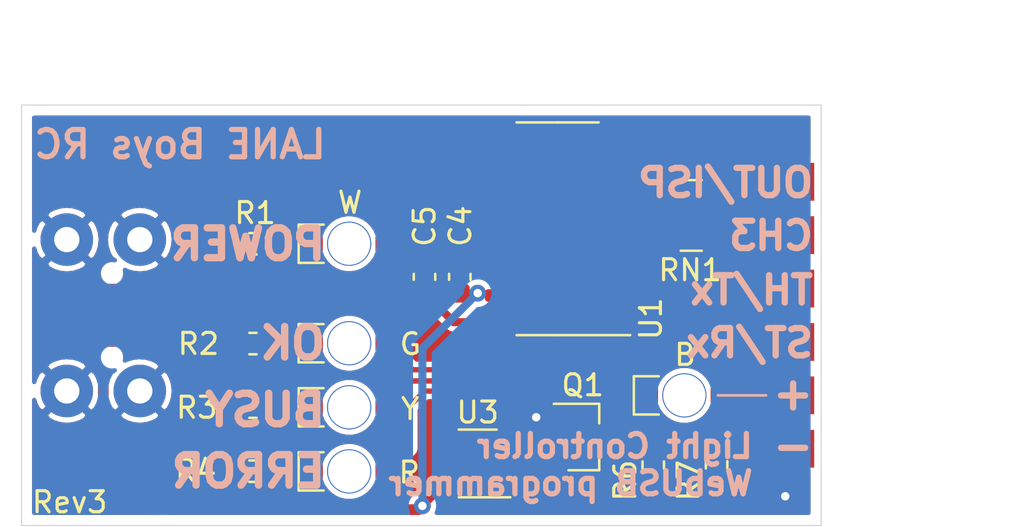
<source format=kicad_pcb>
(kicad_pcb (version 20171130) (host pcbnew 5.1.9-73d0e3b20d~88~ubuntu18.04.1)

  (general
    (thickness 1.6)
    (drawings 25)
    (tracks 135)
    (zones 0)
    (modules 19)
    (nets 26)
  )

  (page A4)
  (layers
    (0 F.Cu signal)
    (31 B.Cu signal)
    (32 B.Adhes user hide)
    (33 F.Adhes user hide)
    (34 B.Paste user hide)
    (35 F.Paste user hide)
    (36 B.SilkS user)
    (37 F.SilkS user)
    (38 B.Mask user hide)
    (39 F.Mask user hide)
    (40 Dwgs.User user hide)
    (41 Cmts.User user)
    (42 Eco1.User user hide)
    (43 Eco2.User user hide)
    (44 Edge.Cuts user)
    (45 Margin user hide)
    (46 B.CrtYd user)
    (47 F.CrtYd user)
    (48 B.Fab user hide)
    (49 F.Fab user hide)
  )

  (setup
    (last_trace_width 0.254)
    (user_trace_width 0.2032)
    (user_trace_width 0.381)
    (user_trace_width 0.508)
    (user_trace_width 0.762)
    (user_trace_width 1.016)
    (trace_clearance 0.2032)
    (zone_clearance 0.254)
    (zone_45_only no)
    (trace_min 0.2)
    (via_size 0.8)
    (via_drill 0.4)
    (via_min_size 0.4)
    (via_min_drill 0.3)
    (uvia_size 0.3)
    (uvia_drill 0.1)
    (uvias_allowed no)
    (uvia_min_size 0.2)
    (uvia_min_drill 0.1)
    (edge_width 0.05)
    (segment_width 0.2)
    (pcb_text_width 0.3)
    (pcb_text_size 1.5 1.5)
    (mod_edge_width 0.12)
    (mod_text_size 1 1)
    (mod_text_width 0.15)
    (pad_size 1.524 1.524)
    (pad_drill 0.762)
    (pad_to_mask_clearance 0)
    (aux_axis_origin 100 100)
    (visible_elements FFFFFF7F)
    (pcbplotparams
      (layerselection 0x010f8_ffffffff)
      (usegerberextensions false)
      (usegerberattributes false)
      (usegerberadvancedattributes false)
      (creategerberjobfile false)
      (excludeedgelayer true)
      (linewidth 0.100000)
      (plotframeref false)
      (viasonmask false)
      (mode 1)
      (useauxorigin false)
      (hpglpennumber 1)
      (hpglpenspeed 20)
      (hpglpendiameter 15.000000)
      (psnegative false)
      (psa4output false)
      (plotreference true)
      (plotvalue true)
      (plotinvisibletext false)
      (padsonsilk false)
      (subtractmaskfromsilk true)
      (outputformat 1)
      (mirror false)
      (drillshape 0)
      (scaleselection 1)
      (outputdirectory "gerber/"))
  )

  (net 0 "")
  (net 1 GND)
  (net 2 +5V)
  (net 3 +3V3)
  (net 4 "Net-(D5-Pad2)")
  (net 5 /USB-DM)
  (net 6 /USB-DP)
  (net 7 "Net-(J2-Pad6)")
  (net 8 "Net-(J2-Pad5)")
  (net 9 "Net-(J2-Pad4)")
  (net 10 "Net-(J2-Pad3)")
  (net 11 /VLIGHT)
  (net 12 /OK)
  (net 13 /BUSY)
  (net 14 /ERROR)
  (net 15 /ISP)
  (net 16 /RX)
  (net 17 /TX)
  (net 18 /EN)
  (net 19 "Net-(Q1-Pad3)")
  (net 20 /SHORT)
  (net 21 /CH3)
  (net 22 "Net-(D1-Pad1)")
  (net 23 "Net-(D2-Pad1)")
  (net 24 "Net-(D3-Pad1)")
  (net 25 "Net-(D4-Pad1)")

  (net_class Default "This is the default net class."
    (clearance 0.2032)
    (trace_width 0.254)
    (via_dia 0.8)
    (via_drill 0.4)
    (uvia_dia 0.3)
    (uvia_drill 0.1)
    (add_net +3V3)
    (add_net +5V)
    (add_net /BUSY)
    (add_net /CH3)
    (add_net /EN)
    (add_net /ERROR)
    (add_net /ISP)
    (add_net /OK)
    (add_net /RX)
    (add_net /SHORT)
    (add_net /TX)
    (add_net /USB-DM)
    (add_net /USB-DP)
    (add_net /VLIGHT)
    (add_net GND)
    (add_net "Net-(D1-Pad1)")
    (add_net "Net-(D2-Pad1)")
    (add_net "Net-(D3-Pad1)")
    (add_net "Net-(D4-Pad1)")
    (add_net "Net-(D5-Pad2)")
    (add_net "Net-(J2-Pad3)")
    (add_net "Net-(J2-Pad4)")
    (add_net "Net-(J2-Pad5)")
    (add_net "Net-(J2-Pad6)")
    (add_net "Net-(Q1-Pad3)")
  )

  (module WLA_LED_reverse_mount:LED_1204_reverse_mout (layer F.Cu) (tedit 604730AE) (tstamp 5E6F8727)
    (at 131.5 103.81)
    (descr "LED SMD 1204")
    (tags "LED reverse mount")
    (path /5E6F8DF4)
    (attr smd)
    (fp_text reference D5 (at 0 -1.7) (layer F.SilkS) hide
      (effects (font (size 1 1) (thickness 0.15)))
    )
    (fp_text value "LC POWER" (at -2.798 0) (layer F.Fab)
      (effects (font (size 1 1) (thickness 0.15)))
    )
    (fp_line (start 1 -0.6) (end -0.7 -0.6) (layer F.Fab) (width 0.1))
    (fp_line (start -0.7 -0.6) (end -1 -0.3) (layer F.Fab) (width 0.1))
    (fp_line (start -1 -0.3) (end -1 0.6) (layer F.Fab) (width 0.1))
    (fp_line (start -1 0.6) (end 1 0.6) (layer F.Fab) (width 0.1))
    (fp_line (start 1 0.6) (end 1 -0.6) (layer F.Fab) (width 0.1))
    (fp_line (start -1.215 -0.91) (end -2.4 -0.91) (layer F.SilkS) (width 0.12))
    (fp_line (start -2.4 -0.91) (end -2.4 0.91) (layer F.SilkS) (width 0.12))
    (fp_line (start -2.4 0.91) (end -1.215 0.91) (layer F.SilkS) (width 0.12))
    (fp_line (start -2.3 0.9) (end -2.3 -0.9) (layer F.CrtYd) (width 0.05))
    (fp_line (start -2.3 -0.9) (end 2.3 -0.9) (layer F.CrtYd) (width 0.05))
    (fp_line (start 2.3 -0.9) (end 2.3 0.9) (layer F.CrtYd) (width 0.05))
    (fp_line (start 2.3 0.9) (end -2.3 0.9) (layer F.CrtYd) (width 0.05))
    (fp_text user %R (at 0 0) (layer F.Fab)
      (effects (font (size 0.5 0.5) (thickness 0.08)))
    )
    (pad "" np_thru_hole circle (at 0 0) (size 2.1 2.1) (drill 2) (layers *.Cu *.Mask))
    (pad 1 smd roundrect (at -1.75 0) (size 1 1) (layers F.Cu F.Paste F.Mask) (roundrect_rratio 0.192)
      (net 1 GND))
    (pad 2 smd roundrect (at 1.75 0) (size 1 1) (layers F.Cu F.Paste F.Mask) (roundrect_rratio 0.192)
      (net 4 "Net-(D5-Pad2)"))
    (model ${KISYS3DMOD}/LED_SMD.3dshapes/LED_1206_3216Metric.step
      (offset (xyz 0 0 0.508))
      (scale (xyz 1 1 1))
      (rotate (xyz 180 0 0))
    )
  )

  (module WLA_LED_reverse_mount:LED_1204_reverse_mout (layer F.Cu) (tedit 604730AE) (tstamp 5E6F767E)
    (at 115.57 107.426)
    (descr "LED SMD 1204")
    (tags "LED reverse mount")
    (path /5E6F7DEF)
    (attr smd)
    (fp_text reference D4 (at 0 -1.7) (layer F.SilkS) hide
      (effects (font (size 1 1) (thickness 0.15)))
    )
    (fp_text value ERROR (at -2.54 0.016) (layer F.Fab)
      (effects (font (size 1 1) (thickness 0.15)))
    )
    (fp_line (start 1 -0.6) (end -0.7 -0.6) (layer F.Fab) (width 0.1))
    (fp_line (start -0.7 -0.6) (end -1 -0.3) (layer F.Fab) (width 0.1))
    (fp_line (start -1 -0.3) (end -1 0.6) (layer F.Fab) (width 0.1))
    (fp_line (start -1 0.6) (end 1 0.6) (layer F.Fab) (width 0.1))
    (fp_line (start 1 0.6) (end 1 -0.6) (layer F.Fab) (width 0.1))
    (fp_line (start -1.215 -0.91) (end -2.4 -0.91) (layer F.SilkS) (width 0.12))
    (fp_line (start -2.4 -0.91) (end -2.4 0.91) (layer F.SilkS) (width 0.12))
    (fp_line (start -2.4 0.91) (end -1.215 0.91) (layer F.SilkS) (width 0.12))
    (fp_line (start -2.3 0.9) (end -2.3 -0.9) (layer F.CrtYd) (width 0.05))
    (fp_line (start -2.3 -0.9) (end 2.3 -0.9) (layer F.CrtYd) (width 0.05))
    (fp_line (start 2.3 -0.9) (end 2.3 0.9) (layer F.CrtYd) (width 0.05))
    (fp_line (start 2.3 0.9) (end -2.3 0.9) (layer F.CrtYd) (width 0.05))
    (fp_text user %R (at 0 0) (layer F.Fab)
      (effects (font (size 0.5 0.5) (thickness 0.08)))
    )
    (pad "" np_thru_hole circle (at 0 0) (size 2.1 2.1) (drill 2) (layers *.Cu *.Mask))
    (pad 1 smd roundrect (at -1.75 0) (size 1 1) (layers F.Cu F.Paste F.Mask) (roundrect_rratio 0.192)
      (net 25 "Net-(D4-Pad1)"))
    (pad 2 smd roundrect (at 1.75 0) (size 1 1) (layers F.Cu F.Paste F.Mask) (roundrect_rratio 0.192)
      (net 14 /ERROR))
    (model ${KISYS3DMOD}/LED_SMD.3dshapes/LED_1206_3216Metric.step
      (offset (xyz 0 0 0.508))
      (scale (xyz 1 1 1))
      (rotate (xyz 180 0 0))
    )
  )

  (module WLA_LED_reverse_mount:LED_1204_reverse_mout (layer F.Cu) (tedit 604730AE) (tstamp 5E6F766B)
    (at 115.57 104.378)
    (descr "LED SMD 1204")
    (tags "LED reverse mount")
    (path /5E6F790B)
    (attr smd)
    (fp_text reference D3 (at 0 -1.7) (layer F.SilkS) hide
      (effects (font (size 1 1) (thickness 0.15)))
    )
    (fp_text value BUSY (at -1.27 -1.381) (layer F.Fab)
      (effects (font (size 1 1) (thickness 0.15)))
    )
    (fp_line (start 1 -0.6) (end -0.7 -0.6) (layer F.Fab) (width 0.1))
    (fp_line (start -0.7 -0.6) (end -1 -0.3) (layer F.Fab) (width 0.1))
    (fp_line (start -1 -0.3) (end -1 0.6) (layer F.Fab) (width 0.1))
    (fp_line (start -1 0.6) (end 1 0.6) (layer F.Fab) (width 0.1))
    (fp_line (start 1 0.6) (end 1 -0.6) (layer F.Fab) (width 0.1))
    (fp_line (start -1.215 -0.91) (end -2.4 -0.91) (layer F.SilkS) (width 0.12))
    (fp_line (start -2.4 -0.91) (end -2.4 0.91) (layer F.SilkS) (width 0.12))
    (fp_line (start -2.4 0.91) (end -1.215 0.91) (layer F.SilkS) (width 0.12))
    (fp_line (start -2.3 0.9) (end -2.3 -0.9) (layer F.CrtYd) (width 0.05))
    (fp_line (start -2.3 -0.9) (end 2.3 -0.9) (layer F.CrtYd) (width 0.05))
    (fp_line (start 2.3 -0.9) (end 2.3 0.9) (layer F.CrtYd) (width 0.05))
    (fp_line (start 2.3 0.9) (end -2.3 0.9) (layer F.CrtYd) (width 0.05))
    (fp_text user %R (at 0 0) (layer F.Fab)
      (effects (font (size 0.5 0.5) (thickness 0.08)))
    )
    (pad "" np_thru_hole circle (at 0 0) (size 2.1 2.1) (drill 2) (layers *.Cu *.Mask))
    (pad 1 smd roundrect (at -1.75 0) (size 1 1) (layers F.Cu F.Paste F.Mask) (roundrect_rratio 0.192)
      (net 24 "Net-(D3-Pad1)"))
    (pad 2 smd roundrect (at 1.75 0) (size 1 1) (layers F.Cu F.Paste F.Mask) (roundrect_rratio 0.192)
      (net 13 /BUSY))
    (model ${KISYS3DMOD}/LED_SMD.3dshapes/LED_1206_3216Metric.step
      (offset (xyz 0 0 0.508))
      (scale (xyz 1 1 1))
      (rotate (xyz 180 0 0))
    )
  )

  (module WLA_LED_reverse_mount:LED_1204_reverse_mout (layer F.Cu) (tedit 604730AE) (tstamp 5E6F7658)
    (at 115.57 101.33)
    (descr "LED SMD 1204")
    (tags "LED reverse mount")
    (path /5E6F6F74)
    (attr smd)
    (fp_text reference D2 (at 0 -1.7) (layer F.SilkS) hide
      (effects (font (size 1 1) (thickness 0.15)))
    )
    (fp_text value OK (at -3.124 -0.06) (layer F.Fab)
      (effects (font (size 1 1) (thickness 0.15)))
    )
    (fp_line (start 1 -0.6) (end -0.7 -0.6) (layer F.Fab) (width 0.1))
    (fp_line (start -0.7 -0.6) (end -1 -0.3) (layer F.Fab) (width 0.1))
    (fp_line (start -1 -0.3) (end -1 0.6) (layer F.Fab) (width 0.1))
    (fp_line (start -1 0.6) (end 1 0.6) (layer F.Fab) (width 0.1))
    (fp_line (start 1 0.6) (end 1 -0.6) (layer F.Fab) (width 0.1))
    (fp_line (start -1.215 -0.91) (end -2.4 -0.91) (layer F.SilkS) (width 0.12))
    (fp_line (start -2.4 -0.91) (end -2.4 0.91) (layer F.SilkS) (width 0.12))
    (fp_line (start -2.4 0.91) (end -1.215 0.91) (layer F.SilkS) (width 0.12))
    (fp_line (start -2.3 0.9) (end -2.3 -0.9) (layer F.CrtYd) (width 0.05))
    (fp_line (start -2.3 -0.9) (end 2.3 -0.9) (layer F.CrtYd) (width 0.05))
    (fp_line (start 2.3 -0.9) (end 2.3 0.9) (layer F.CrtYd) (width 0.05))
    (fp_line (start 2.3 0.9) (end -2.3 0.9) (layer F.CrtYd) (width 0.05))
    (fp_text user %R (at 0 0) (layer F.Fab)
      (effects (font (size 0.5 0.5) (thickness 0.08)))
    )
    (pad "" np_thru_hole circle (at 0 0) (size 2.1 2.1) (drill 2) (layers *.Cu *.Mask))
    (pad 1 smd roundrect (at -1.75 0) (size 1 1) (layers F.Cu F.Paste F.Mask) (roundrect_rratio 0.192)
      (net 23 "Net-(D2-Pad1)"))
    (pad 2 smd roundrect (at 1.75 0) (size 1 1) (layers F.Cu F.Paste F.Mask) (roundrect_rratio 0.192)
      (net 12 /OK))
    (model ${KISYS3DMOD}/LED_SMD.3dshapes/LED_1206_3216Metric.step
      (offset (xyz 0 0 0.508))
      (scale (xyz 1 1 1))
      (rotate (xyz 180 0 0))
    )
  )

  (module WLA_LED_reverse_mount:LED_1204_reverse_mout (layer F.Cu) (tedit 604730AE) (tstamp 5E6F8D4C)
    (at 115.57 96.5964)
    (descr "LED SMD 1204")
    (tags "LED reverse mount")
    (path /5E6F89A9)
    (attr smd)
    (fp_text reference D1 (at 0 -1.7) (layer F.SilkS) hide
      (effects (font (size 1 1) (thickness 0.15)))
    )
    (fp_text value "MCU POWER" (at -3.124 0.1016) (layer F.Fab)
      (effects (font (size 1 1) (thickness 0.15)))
    )
    (fp_line (start 1 -0.6) (end -0.7 -0.6) (layer F.Fab) (width 0.1))
    (fp_line (start -0.7 -0.6) (end -1 -0.3) (layer F.Fab) (width 0.1))
    (fp_line (start -1 -0.3) (end -1 0.6) (layer F.Fab) (width 0.1))
    (fp_line (start -1 0.6) (end 1 0.6) (layer F.Fab) (width 0.1))
    (fp_line (start 1 0.6) (end 1 -0.6) (layer F.Fab) (width 0.1))
    (fp_line (start -1.215 -0.91) (end -2.4 -0.91) (layer F.SilkS) (width 0.12))
    (fp_line (start -2.4 -0.91) (end -2.4 0.91) (layer F.SilkS) (width 0.12))
    (fp_line (start -2.4 0.91) (end -1.215 0.91) (layer F.SilkS) (width 0.12))
    (fp_line (start -2.3 0.9) (end -2.3 -0.9) (layer F.CrtYd) (width 0.05))
    (fp_line (start -2.3 -0.9) (end 2.3 -0.9) (layer F.CrtYd) (width 0.05))
    (fp_line (start 2.3 -0.9) (end 2.3 0.9) (layer F.CrtYd) (width 0.05))
    (fp_line (start 2.3 0.9) (end -2.3 0.9) (layer F.CrtYd) (width 0.05))
    (fp_text user %R (at 0 0) (layer F.Fab)
      (effects (font (size 0.5 0.5) (thickness 0.08)))
    )
    (pad "" np_thru_hole circle (at 0 0) (size 2.1 2.1) (drill 2) (layers *.Cu *.Mask))
    (pad 1 smd roundrect (at -1.75 0) (size 1 1) (layers F.Cu F.Paste F.Mask) (roundrect_rratio 0.192)
      (net 22 "Net-(D1-Pad1)"))
    (pad 2 smd roundrect (at 1.75 0) (size 1 1) (layers F.Cu F.Paste F.Mask) (roundrect_rratio 0.192)
      (net 3 +3V3))
    (model ${KISYS3DMOD}/LED_SMD.3dshapes/LED_1206_3216Metric.step
      (offset (xyz 0 0 0.508))
      (scale (xyz 1 1 1))
      (rotate (xyz 180 0 0))
    )
  )

  (module Package_TO_SOT_SMD:SOT-23-5 (layer F.Cu) (tedit 5A02FF57) (tstamp 5E6F77B1)
    (at 121.6787 107.0483 180)
    (descr "5-pin SOT23 package")
    (tags SOT-23-5)
    (path /5E709E73)
    (attr smd)
    (fp_text reference U3 (at 0 2.4257) (layer F.SilkS)
      (effects (font (size 1 1) (thickness 0.15)))
    )
    (fp_text value STMPS2141STR (at 0 2.9) (layer F.Fab)
      (effects (font (size 1 1) (thickness 0.15)))
    )
    (fp_line (start -0.9 1.61) (end 0.9 1.61) (layer F.SilkS) (width 0.12))
    (fp_line (start 0.9 -1.61) (end -1.55 -1.61) (layer F.SilkS) (width 0.12))
    (fp_line (start -1.9 -1.8) (end 1.9 -1.8) (layer F.CrtYd) (width 0.05))
    (fp_line (start 1.9 -1.8) (end 1.9 1.8) (layer F.CrtYd) (width 0.05))
    (fp_line (start 1.9 1.8) (end -1.9 1.8) (layer F.CrtYd) (width 0.05))
    (fp_line (start -1.9 1.8) (end -1.9 -1.8) (layer F.CrtYd) (width 0.05))
    (fp_line (start -0.9 -0.9) (end -0.25 -1.55) (layer F.Fab) (width 0.1))
    (fp_line (start 0.9 -1.55) (end -0.25 -1.55) (layer F.Fab) (width 0.1))
    (fp_line (start -0.9 -0.9) (end -0.9 1.55) (layer F.Fab) (width 0.1))
    (fp_line (start 0.9 1.55) (end -0.9 1.55) (layer F.Fab) (width 0.1))
    (fp_line (start 0.9 -1.55) (end 0.9 1.55) (layer F.Fab) (width 0.1))
    (fp_text user %R (at 0 0 90) (layer F.Fab)
      (effects (font (size 0.5 0.5) (thickness 0.075)))
    )
    (pad 5 smd rect (at 1.1 -0.95 180) (size 1.06 0.65) (layers F.Cu F.Paste F.Mask)
      (net 2 +5V))
    (pad 4 smd rect (at 1.1 0.95 180) (size 1.06 0.65) (layers F.Cu F.Paste F.Mask)
      (net 18 /EN))
    (pad 3 smd rect (at -1.1 0.95 180) (size 1.06 0.65) (layers F.Cu F.Paste F.Mask))
    (pad 2 smd rect (at -1.1 0 180) (size 1.06 0.65) (layers F.Cu F.Paste F.Mask)
      (net 1 GND))
    (pad 1 smd rect (at -1.1 -0.95 180) (size 1.06 0.65) (layers F.Cu F.Paste F.Mask)
      (net 11 /VLIGHT))
    (model ${KISYS3DMOD}/Package_TO_SOT_SMD.3dshapes/SOT-23-5.wrl
      (at (xyz 0 0 0))
      (scale (xyz 1 1 1))
      (rotate (xyz 0 0 0))
    )
  )

  (module Package_SO:SO-16_3.9x9.9mm_P1.27mm (layer F.Cu) (tedit 5E888720) (tstamp 60471BC5)
    (at 125.476 95.885 180)
    (descr "SO, 16 Pin (https://www.nxp.com/docs/en/package-information/SOT109-1.pdf), generated with kicad-footprint-generator ipc_gullwing_generator.py")
    (tags "SO SO")
    (path /604D2755)
    (attr smd)
    (fp_text reference U1 (at -4.4323 -4.2799 90) (layer F.SilkS)
      (effects (font (size 1 1) (thickness 0.15)))
    )
    (fp_text value CH552G (at 0 5.9) (layer F.Fab)
      (effects (font (size 1 1) (thickness 0.15)))
    )
    (fp_line (start 0 5.06) (end 1.95 5.06) (layer F.SilkS) (width 0.12))
    (fp_line (start 0 5.06) (end -1.95 5.06) (layer F.SilkS) (width 0.12))
    (fp_line (start 0 -5.06) (end 1.95 -5.06) (layer F.SilkS) (width 0.12))
    (fp_line (start 0 -5.06) (end -3.45 -5.06) (layer F.SilkS) (width 0.12))
    (fp_line (start -0.975 -4.95) (end 1.95 -4.95) (layer F.Fab) (width 0.1))
    (fp_line (start 1.95 -4.95) (end 1.95 4.95) (layer F.Fab) (width 0.1))
    (fp_line (start 1.95 4.95) (end -1.95 4.95) (layer F.Fab) (width 0.1))
    (fp_line (start -1.95 4.95) (end -1.95 -3.975) (layer F.Fab) (width 0.1))
    (fp_line (start -1.95 -3.975) (end -0.975 -4.95) (layer F.Fab) (width 0.1))
    (fp_line (start -3.7 -5.2) (end -3.7 5.2) (layer F.CrtYd) (width 0.05))
    (fp_line (start -3.7 5.2) (end 3.7 5.2) (layer F.CrtYd) (width 0.05))
    (fp_line (start 3.7 5.2) (end 3.7 -5.2) (layer F.CrtYd) (width 0.05))
    (fp_line (start 3.7 -5.2) (end -3.7 -5.2) (layer F.CrtYd) (width 0.05))
    (fp_text user %R (at 0 0) (layer F.Fab)
      (effects (font (size 0.98 0.98) (thickness 0.15)))
    )
    (pad 16 smd roundrect (at 2.575 -4.445 180) (size 1.75 0.6) (layers F.Cu F.Paste F.Mask) (roundrect_rratio 0.25)
      (net 3 +3V3))
    (pad 15 smd roundrect (at 2.575 -3.175 180) (size 1.75 0.6) (layers F.Cu F.Paste F.Mask) (roundrect_rratio 0.25)
      (net 2 +5V))
    (pad 14 smd roundrect (at 2.575 -1.905 180) (size 1.75 0.6) (layers F.Cu F.Paste F.Mask) (roundrect_rratio 0.25)
      (net 1 GND))
    (pad 13 smd roundrect (at 2.575 -0.635 180) (size 1.75 0.6) (layers F.Cu F.Paste F.Mask) (roundrect_rratio 0.25)
      (net 5 /USB-DM))
    (pad 12 smd roundrect (at 2.575 0.635 180) (size 1.75 0.6) (layers F.Cu F.Paste F.Mask) (roundrect_rratio 0.25)
      (net 6 /USB-DP))
    (pad 11 smd roundrect (at 2.575 1.905 180) (size 1.75 0.6) (layers F.Cu F.Paste F.Mask) (roundrect_rratio 0.25))
    (pad 10 smd roundrect (at 2.575 3.175 180) (size 1.75 0.6) (layers F.Cu F.Paste F.Mask) (roundrect_rratio 0.25)
      (net 12 /OK))
    (pad 9 smd roundrect (at 2.575 4.445 180) (size 1.75 0.6) (layers F.Cu F.Paste F.Mask) (roundrect_rratio 0.25)
      (net 13 /BUSY))
    (pad 8 smd roundrect (at -2.575 4.445 180) (size 1.75 0.6) (layers F.Cu F.Paste F.Mask) (roundrect_rratio 0.25)
      (net 15 /ISP))
    (pad 7 smd roundrect (at -2.575 3.175 180) (size 1.75 0.6) (layers F.Cu F.Paste F.Mask) (roundrect_rratio 0.25)
      (net 21 /CH3))
    (pad 6 smd roundrect (at -2.575 1.905 180) (size 1.75 0.6) (layers F.Cu F.Paste F.Mask) (roundrect_rratio 0.25))
    (pad 5 smd roundrect (at -2.575 0.635 180) (size 1.75 0.6) (layers F.Cu F.Paste F.Mask) (roundrect_rratio 0.25)
      (net 17 /TX))
    (pad 4 smd roundrect (at -2.575 -0.635 180) (size 1.75 0.6) (layers F.Cu F.Paste F.Mask) (roundrect_rratio 0.25)
      (net 16 /RX))
    (pad 3 smd roundrect (at -2.575 -1.905 180) (size 1.75 0.6) (layers F.Cu F.Paste F.Mask) (roundrect_rratio 0.25)
      (net 14 /ERROR))
    (pad 2 smd roundrect (at -2.575 -3.175 180) (size 1.75 0.6) (layers F.Cu F.Paste F.Mask) (roundrect_rratio 0.25)
      (net 18 /EN))
    (pad 1 smd roundrect (at -2.575 -4.445 180) (size 1.75 0.6) (layers F.Cu F.Paste F.Mask) (roundrect_rratio 0.25)
      (net 20 /SHORT))
    (model ${KISYS3DMOD}/Package_SO.3dshapes/SO-16_3.9x9.9mm_P1.27mm.wrl
      (at (xyz 0 0 0))
      (scale (xyz 1 1 1))
      (rotate (xyz 0 0 0))
    )
    (model ${KISYS3DMOD}/Package_SO.3dshapes/SOIC-16_3.9x9.9mm_P1.27mm.step
      (at (xyz 0 0 0))
      (scale (xyz 1 1 1))
      (rotate (xyz 0 0 0))
    )
  )

  (module Package_TO_SOT_SMD:SOT-23 (layer F.Cu) (tedit 5A02FF57) (tstamp 5E771CEE)
    (at 126.6952 105.791)
    (descr "SOT-23, Standard")
    (tags SOT-23)
    (path /5E77A5F9)
    (attr smd)
    (fp_text reference Q1 (at -0.0254 -2.4638 180) (layer F.SilkS)
      (effects (font (size 1 1) (thickness 0.15)))
    )
    (fp_text value PMV30UN (at 0 2.5) (layer F.Fab)
      (effects (font (size 1 1) (thickness 0.15)))
    )
    (fp_line (start -0.7 -0.95) (end -0.7 1.5) (layer F.Fab) (width 0.1))
    (fp_line (start -0.15 -1.52) (end 0.7 -1.52) (layer F.Fab) (width 0.1))
    (fp_line (start -0.7 -0.95) (end -0.15 -1.52) (layer F.Fab) (width 0.1))
    (fp_line (start 0.7 -1.52) (end 0.7 1.52) (layer F.Fab) (width 0.1))
    (fp_line (start -0.7 1.52) (end 0.7 1.52) (layer F.Fab) (width 0.1))
    (fp_line (start 0.76 1.58) (end 0.76 0.65) (layer F.SilkS) (width 0.12))
    (fp_line (start 0.76 -1.58) (end 0.76 -0.65) (layer F.SilkS) (width 0.12))
    (fp_line (start -1.7 -1.75) (end 1.7 -1.75) (layer F.CrtYd) (width 0.05))
    (fp_line (start 1.7 -1.75) (end 1.7 1.75) (layer F.CrtYd) (width 0.05))
    (fp_line (start 1.7 1.75) (end -1.7 1.75) (layer F.CrtYd) (width 0.05))
    (fp_line (start -1.7 1.75) (end -1.7 -1.75) (layer F.CrtYd) (width 0.05))
    (fp_line (start 0.76 -1.58) (end -1.4 -1.58) (layer F.SilkS) (width 0.12))
    (fp_line (start 0.76 1.58) (end -0.7 1.58) (layer F.SilkS) (width 0.12))
    (fp_text user %R (at 0 0 90) (layer F.Fab)
      (effects (font (size 0.5 0.5) (thickness 0.075)))
    )
    (pad 3 smd rect (at 1 0) (size 0.9 0.8) (layers F.Cu F.Paste F.Mask)
      (net 19 "Net-(Q1-Pad3)"))
    (pad 2 smd rect (at -1 0.95) (size 0.9 0.8) (layers F.Cu F.Paste F.Mask)
      (net 1 GND))
    (pad 1 smd rect (at -1 -0.95) (size 0.9 0.8) (layers F.Cu F.Paste F.Mask)
      (net 20 /SHORT))
    (model ${KISYS3DMOD}/Package_TO_SOT_SMD.3dshapes/SOT-23.wrl
      (at (xyz 0 0 0))
      (scale (xyz 1 1 1))
      (rotate (xyz 0 0 0))
    )
  )

  (module Capacitor_SMD:C_0603_1608Metric (layer F.Cu) (tedit 5F68FEEE) (tstamp 5E709A73)
    (at 119.1514 98.171 90)
    (descr "Capacitor SMD 0603 (1608 Metric), square (rectangular) end terminal, IPC_7351 nominal, (Body size source: IPC-SM-782 page 76, https://www.pcb-3d.com/wordpress/wp-content/uploads/ipc-sm-782a_amendment_1_and_2.pdf), generated with kicad-footprint-generator")
    (tags capacitor)
    (path /5E78EC25)
    (attr smd)
    (fp_text reference C5 (at 2.413 0 90) (layer F.SilkS)
      (effects (font (size 1 1) (thickness 0.15)))
    )
    (fp_text value 100n (at 0 1.43 90) (layer F.Fab)
      (effects (font (size 1 1) (thickness 0.15)))
    )
    (fp_line (start -0.8 0.4) (end -0.8 -0.4) (layer F.Fab) (width 0.1))
    (fp_line (start -0.8 -0.4) (end 0.8 -0.4) (layer F.Fab) (width 0.1))
    (fp_line (start 0.8 -0.4) (end 0.8 0.4) (layer F.Fab) (width 0.1))
    (fp_line (start 0.8 0.4) (end -0.8 0.4) (layer F.Fab) (width 0.1))
    (fp_line (start -0.14058 -0.51) (end 0.14058 -0.51) (layer F.SilkS) (width 0.12))
    (fp_line (start -0.14058 0.51) (end 0.14058 0.51) (layer F.SilkS) (width 0.12))
    (fp_line (start -1.48 0.73) (end -1.48 -0.73) (layer F.CrtYd) (width 0.05))
    (fp_line (start -1.48 -0.73) (end 1.48 -0.73) (layer F.CrtYd) (width 0.05))
    (fp_line (start 1.48 -0.73) (end 1.48 0.73) (layer F.CrtYd) (width 0.05))
    (fp_line (start 1.48 0.73) (end -1.48 0.73) (layer F.CrtYd) (width 0.05))
    (fp_text user %R (at 0 0 90) (layer F.Fab)
      (effects (font (size 0.4 0.4) (thickness 0.06)))
    )
    (pad 2 smd roundrect (at 0.775 0 90) (size 0.9 0.95) (layers F.Cu F.Paste F.Mask) (roundrect_rratio 0.25)
      (net 1 GND))
    (pad 1 smd roundrect (at -0.775 0 90) (size 0.9 0.95) (layers F.Cu F.Paste F.Mask) (roundrect_rratio 0.25)
      (net 3 +3V3))
    (model ${KISYS3DMOD}/Capacitor_SMD.3dshapes/C_0603_1608Metric.wrl
      (at (xyz 0 0 0))
      (scale (xyz 1 1 1))
      (rotate (xyz 0 0 0))
    )
  )

  (module Capacitor_SMD:C_0603_1608Metric (layer F.Cu) (tedit 5F68FEEE) (tstamp 5E70B818)
    (at 120.8278 98.171 90)
    (descr "Capacitor SMD 0603 (1608 Metric), square (rectangular) end terminal, IPC_7351 nominal, (Body size source: IPC-SM-782 page 76, https://www.pcb-3d.com/wordpress/wp-content/uploads/ipc-sm-782a_amendment_1_and_2.pdf), generated with kicad-footprint-generator")
    (tags capacitor)
    (path /5E7914FA)
    (attr smd)
    (fp_text reference C4 (at 2.413 0.0254 90) (layer F.SilkS)
      (effects (font (size 1 1) (thickness 0.15)))
    )
    (fp_text value 100n (at 0 1.43 90) (layer F.Fab)
      (effects (font (size 1 1) (thickness 0.15)))
    )
    (fp_line (start -0.8 0.4) (end -0.8 -0.4) (layer F.Fab) (width 0.1))
    (fp_line (start -0.8 -0.4) (end 0.8 -0.4) (layer F.Fab) (width 0.1))
    (fp_line (start 0.8 -0.4) (end 0.8 0.4) (layer F.Fab) (width 0.1))
    (fp_line (start 0.8 0.4) (end -0.8 0.4) (layer F.Fab) (width 0.1))
    (fp_line (start -0.14058 -0.51) (end 0.14058 -0.51) (layer F.SilkS) (width 0.12))
    (fp_line (start -0.14058 0.51) (end 0.14058 0.51) (layer F.SilkS) (width 0.12))
    (fp_line (start -1.48 0.73) (end -1.48 -0.73) (layer F.CrtYd) (width 0.05))
    (fp_line (start -1.48 -0.73) (end 1.48 -0.73) (layer F.CrtYd) (width 0.05))
    (fp_line (start 1.48 -0.73) (end 1.48 0.73) (layer F.CrtYd) (width 0.05))
    (fp_line (start 1.48 0.73) (end -1.48 0.73) (layer F.CrtYd) (width 0.05))
    (fp_text user %R (at 0 0 90) (layer F.Fab)
      (effects (font (size 0.4 0.4) (thickness 0.06)))
    )
    (pad 2 smd roundrect (at 0.775 0 90) (size 0.9 0.95) (layers F.Cu F.Paste F.Mask) (roundrect_rratio 0.25)
      (net 1 GND))
    (pad 1 smd roundrect (at -0.775 0 90) (size 0.9 0.95) (layers F.Cu F.Paste F.Mask) (roundrect_rratio 0.25)
      (net 2 +5V))
    (model ${KISYS3DMOD}/Capacitor_SMD.3dshapes/C_0603_1608Metric.wrl
      (at (xyz 0 0 0))
      (scale (xyz 1 1 1))
      (rotate (xyz 0 0 0))
    )
  )

  (module WLA_pinheader:PinHeader_1x06_P2.54mm_Flat (layer F.Cu) (tedit 5F17D121) (tstamp 5FDD2121)
    (at 136.271 106.35 90)
    (path /5E6FE83D)
    (fp_text reference J2 (at 0 2.54 90) (layer F.SilkS) hide
      (effects (font (size 1 1) (thickness 0.15)))
    )
    (fp_text value "Light Controller" (at 5.842 2.3495 90) (layer F.Fab) hide
      (effects (font (size 1 1) (thickness 0.15)))
    )
    (pad 6 smd rect (at 12.7 0 90) (size 1.8 2.8) (layers F.Cu F.Mask)
      (net 7 "Net-(J2-Pad6)"))
    (pad 5 smd rect (at 10.16 0 90) (size 1.8 2.8) (layers F.Cu F.Mask)
      (net 8 "Net-(J2-Pad5)"))
    (pad 4 smd rect (at 7.62 0 90) (size 1.8 2.8) (layers F.Cu F.Mask)
      (net 9 "Net-(J2-Pad4)"))
    (pad 3 smd rect (at 5.08 0 90) (size 1.8 2.8) (layers F.Cu F.Mask)
      (net 10 "Net-(J2-Pad3)"))
    (pad 2 smd rect (at 2.54 0 90) (size 1.8 2.8) (layers F.Cu F.Mask)
      (net 11 /VLIGHT))
    (pad 1 smd rect (at 0 0 90) (size 1.8 2.8) (layers F.Cu F.Mask)
      (net 1 GND))
  )

  (module USB:Mirco_USB_Type_B_LCSC_C40943 (layer F.Cu) (tedit 5FDBFE2E) (tstamp 5E6F8B67)
    (at 100 100 270)
    (path /5E6F135C)
    (fp_text reference J1 (at 0 1.016 270) (layer F.SilkS) hide
      (effects (font (size 1 1) (thickness 0.15)))
    )
    (fp_text value USB_B_Micro (at 0.0635 1.778 270) (layer F.Fab) hide
      (effects (font (size 1 1) (thickness 0.15)))
    )
    (fp_line (start -5 0) (end 5 0) (layer F.Fab) (width 0.1))
    (fp_text user "PCB edge" (at 4.5 0.6 270) (layer F.Fab)
      (effects (font (size 0.5 0.5) (thickness 0.075)))
    )
    (pad 6 thru_hole circle (at 3.6 -5.62 270) (size 2.5 2.5) (drill 1.2) (layers *.Cu *.Mask)
      (net 1 GND))
    (pad 6 thru_hole circle (at -3.6 -5.62 270) (size 2.5 2.5) (drill 1.2) (layers *.Cu *.Mask)
      (net 1 GND))
    (pad 6 thru_hole circle (at 3.6 -2.15 270) (size 2.5 2.5) (drill 1.2) (layers *.Cu *.Mask)
      (net 1 GND))
    (pad 6 thru_hole circle (at -3.6 -2.15 270) (size 2.5 2.5) (drill 1.2) (layers *.Cu *.Mask)
      (net 1 GND))
    (pad 3 smd rect (at 0 -5 270) (size 0.4 2) (layers F.Cu F.Paste F.Mask)
      (net 6 /USB-DP))
    (pad 2 smd rect (at -0.65 -5 270) (size 0.4 2) (layers F.Cu F.Paste F.Mask)
      (net 5 /USB-DM))
    (pad 4 smd rect (at 0.65 -5 270) (size 0.4 2) (layers F.Cu F.Paste F.Mask))
    (pad 1 smd rect (at -1.3 -5 270) (size 0.4 2) (layers F.Cu F.Paste F.Mask)
      (net 2 +5V))
    (pad 5 smd rect (at 1.3 -5 270) (size 0.4 2) (layers F.Cu F.Paste F.Mask)
      (net 1 GND))
    (pad "" np_thru_hole circle (at 2 -4.3 270) (size 0.55 0.55) (drill 0.55) (layers *.Cu))
    (pad "" np_thru_hole circle (at -2 -4.3 270) (size 0.55 0.55) (drill 0.55) (layers *.Cu))
    (model ${KISYS3DMOD}/Connector_USB.3dshapes/USB_Micro-B_Molex_47346-0001.step
      (offset (xyz 0 3.3528 0))
      (scale (xyz 1 1 1))
      (rotate (xyz 0 0 0))
    )
  )

  (module Resistor_SMD:R_Array_Convex_4x0603 (layer F.Cu) (tedit 58E0A8B2) (tstamp 5FDCB5EC)
    (at 131.826 95.25)
    (descr "Chip Resistor Network, ROHM MNR14 (see mnr_g.pdf)")
    (tags "resistor array")
    (path /5FDCE5F9)
    (attr smd)
    (fp_text reference RN1 (at -0.051 2.6035) (layer F.SilkS)
      (effects (font (size 1 1) (thickness 0.15)))
    )
    (fp_text value 1k (at 0 2.54) (layer F.Fab)
      (effects (font (size 1 1) (thickness 0.15)))
    )
    (fp_line (start 1.55 1.85) (end -1.55 1.85) (layer F.CrtYd) (width 0.05))
    (fp_line (start 1.55 1.85) (end 1.55 -1.85) (layer F.CrtYd) (width 0.05))
    (fp_line (start -1.55 -1.85) (end -1.55 1.85) (layer F.CrtYd) (width 0.05))
    (fp_line (start -1.55 -1.85) (end 1.55 -1.85) (layer F.CrtYd) (width 0.05))
    (fp_line (start 0.5 -1.68) (end -0.5 -1.68) (layer F.SilkS) (width 0.12))
    (fp_line (start 0.5 1.68) (end -0.5 1.68) (layer F.SilkS) (width 0.12))
    (fp_line (start -0.8 1.6) (end -0.8 -1.6) (layer F.Fab) (width 0.1))
    (fp_line (start 0.8 1.6) (end -0.8 1.6) (layer F.Fab) (width 0.1))
    (fp_line (start 0.8 -1.6) (end 0.8 1.6) (layer F.Fab) (width 0.1))
    (fp_line (start -0.8 -1.6) (end 0.8 -1.6) (layer F.Fab) (width 0.1))
    (fp_text user %R (at 0 0 90) (layer F.Fab)
      (effects (font (size 0.5 0.5) (thickness 0.075)))
    )
    (pad 5 smd rect (at 0.9 1.2) (size 0.8 0.5) (layers F.Cu F.Paste F.Mask)
      (net 10 "Net-(J2-Pad3)"))
    (pad 6 smd rect (at 0.9 0.4) (size 0.8 0.4) (layers F.Cu F.Paste F.Mask)
      (net 9 "Net-(J2-Pad4)"))
    (pad 8 smd rect (at 0.9 -1.2) (size 0.8 0.5) (layers F.Cu F.Paste F.Mask)
      (net 7 "Net-(J2-Pad6)"))
    (pad 7 smd rect (at 0.9 -0.4) (size 0.8 0.4) (layers F.Cu F.Paste F.Mask)
      (net 8 "Net-(J2-Pad5)"))
    (pad 4 smd rect (at -0.9 1.2) (size 0.8 0.5) (layers F.Cu F.Paste F.Mask)
      (net 17 /TX))
    (pad 2 smd rect (at -0.9 -0.4) (size 0.8 0.4) (layers F.Cu F.Paste F.Mask)
      (net 21 /CH3))
    (pad 3 smd rect (at -0.9 0.4) (size 0.8 0.4) (layers F.Cu F.Paste F.Mask)
      (net 16 /RX))
    (pad 1 smd rect (at -0.9 -1.2) (size 0.8 0.5) (layers F.Cu F.Paste F.Mask)
      (net 15 /ISP))
    (model ${KISYS3DMOD}/Resistor_SMD.3dshapes/R_Array_Convex_4x0603.wrl
      (at (xyz 0 0 0))
      (scale (xyz 1 1 1))
      (rotate (xyz 0 0 0))
    )
  )

  (module Resistor_SMD:R_0603_1608Metric_Pad1.05x0.95mm_HandSolder (layer F.Cu) (tedit 5B301BBD) (tstamp 5E7064DD)
    (at 133.0325 107.1118 90)
    (descr "Resistor SMD 0603 (1608 Metric), square (rectangular) end terminal, IPC_7351 nominal with elongated pad for handsoldering. (Body size source: http://www.tortai-tech.com/upload/download/2011102023233369053.pdf), generated with kicad-footprint-generator")
    (tags "resistor handsolder")
    (path /5E6FD03E)
    (attr smd)
    (fp_text reference R7 (at -0.7493 -1.3335 90) (layer F.SilkS)
      (effects (font (size 1 1) (thickness 0.15)))
    )
    (fp_text value 1k8 (at -2.3495 0 90) (layer F.Fab)
      (effects (font (size 1 1) (thickness 0.15)))
    )
    (fp_line (start -0.8 0.4) (end -0.8 -0.4) (layer F.Fab) (width 0.1))
    (fp_line (start -0.8 -0.4) (end 0.8 -0.4) (layer F.Fab) (width 0.1))
    (fp_line (start 0.8 -0.4) (end 0.8 0.4) (layer F.Fab) (width 0.1))
    (fp_line (start 0.8 0.4) (end -0.8 0.4) (layer F.Fab) (width 0.1))
    (fp_line (start -0.171267 -0.51) (end 0.171267 -0.51) (layer F.SilkS) (width 0.12))
    (fp_line (start -0.171267 0.51) (end 0.171267 0.51) (layer F.SilkS) (width 0.12))
    (fp_line (start -1.65 0.73) (end -1.65 -0.73) (layer F.CrtYd) (width 0.05))
    (fp_line (start -1.65 -0.73) (end 1.65 -0.73) (layer F.CrtYd) (width 0.05))
    (fp_line (start 1.65 -0.73) (end 1.65 0.73) (layer F.CrtYd) (width 0.05))
    (fp_line (start 1.65 0.73) (end -1.65 0.73) (layer F.CrtYd) (width 0.05))
    (fp_text user %R (at 0 0 90) (layer F.Fab)
      (effects (font (size 0.4 0.4) (thickness 0.06)))
    )
    (pad 2 smd roundrect (at 0.875 0 90) (size 1.05 0.95) (layers F.Cu F.Paste F.Mask) (roundrect_rratio 0.25)
      (net 4 "Net-(D5-Pad2)"))
    (pad 1 smd roundrect (at -0.875 0 90) (size 1.05 0.95) (layers F.Cu F.Paste F.Mask) (roundrect_rratio 0.25)
      (net 11 /VLIGHT))
    (model ${KISYS3DMOD}/Resistor_SMD.3dshapes/R_0603_1608Metric.wrl
      (at (xyz 0 0 0))
      (scale (xyz 1 1 1))
      (rotate (xyz 0 0 0))
    )
  )

  (module Resistor_SMD:R_0603_1608Metric_Pad1.05x0.95mm_HandSolder (layer F.Cu) (tedit 5B301BBD) (tstamp 5FDC55A9)
    (at 130.0226 107.1245 90)
    (descr "Resistor SMD 0603 (1608 Metric), square (rectangular) end terminal, IPC_7351 nominal with elongated pad for handsoldering. (Body size source: http://www.tortai-tech.com/upload/download/2011102023233369053.pdf), generated with kicad-footprint-generator")
    (tags "resistor handsolder")
    (path /5E7997E9)
    (attr smd)
    (fp_text reference R6 (at -0.7366 -1.3335 90) (layer F.SilkS)
      (effects (font (size 1 1) (thickness 0.15)))
    )
    (fp_text value 10 (at -1.9685 0 90) (layer F.Fab)
      (effects (font (size 1 1) (thickness 0.15)))
    )
    (fp_line (start -0.8 0.4) (end -0.8 -0.4) (layer F.Fab) (width 0.1))
    (fp_line (start -0.8 -0.4) (end 0.8 -0.4) (layer F.Fab) (width 0.1))
    (fp_line (start 0.8 -0.4) (end 0.8 0.4) (layer F.Fab) (width 0.1))
    (fp_line (start 0.8 0.4) (end -0.8 0.4) (layer F.Fab) (width 0.1))
    (fp_line (start -0.171267 -0.51) (end 0.171267 -0.51) (layer F.SilkS) (width 0.12))
    (fp_line (start -0.171267 0.51) (end 0.171267 0.51) (layer F.SilkS) (width 0.12))
    (fp_line (start -1.65 0.73) (end -1.65 -0.73) (layer F.CrtYd) (width 0.05))
    (fp_line (start -1.65 -0.73) (end 1.65 -0.73) (layer F.CrtYd) (width 0.05))
    (fp_line (start 1.65 -0.73) (end 1.65 0.73) (layer F.CrtYd) (width 0.05))
    (fp_line (start 1.65 0.73) (end -1.65 0.73) (layer F.CrtYd) (width 0.05))
    (fp_text user %R (at 0 0 90) (layer F.Fab)
      (effects (font (size 0.4 0.4) (thickness 0.06)))
    )
    (pad 2 smd roundrect (at 0.875 0 90) (size 1.05 0.95) (layers F.Cu F.Paste F.Mask) (roundrect_rratio 0.25)
      (net 19 "Net-(Q1-Pad3)"))
    (pad 1 smd roundrect (at -0.875 0 90) (size 1.05 0.95) (layers F.Cu F.Paste F.Mask) (roundrect_rratio 0.25)
      (net 11 /VLIGHT))
    (model ${KISYS3DMOD}/Resistor_SMD.3dshapes/R_0603_1608Metric.wrl
      (at (xyz 0 0 0))
      (scale (xyz 1 1 1))
      (rotate (xyz 0 0 0))
    )
  )

  (module Resistor_SMD:R_0603_1608Metric_Pad1.05x0.95mm_HandSolder (layer F.Cu) (tedit 5B301BBD) (tstamp 5E778E66)
    (at 110.998 107.4166 180)
    (descr "Resistor SMD 0603 (1608 Metric), square (rectangular) end terminal, IPC_7351 nominal with elongated pad for handsoldering. (Body size source: http://www.tortai-tech.com/upload/download/2011102023233369053.pdf), generated with kicad-footprint-generator")
    (tags "resistor handsolder")
    (path /5E6FC0B8)
    (attr smd)
    (fp_text reference R4 (at 2.7178 0.0254) (layer F.SilkS)
      (effects (font (size 1 1) (thickness 0.15)))
    )
    (fp_text value 1k2 (at -0.0635 -1.2065) (layer F.Fab)
      (effects (font (size 1 1) (thickness 0.15)))
    )
    (fp_line (start -0.8 0.4) (end -0.8 -0.4) (layer F.Fab) (width 0.1))
    (fp_line (start -0.8 -0.4) (end 0.8 -0.4) (layer F.Fab) (width 0.1))
    (fp_line (start 0.8 -0.4) (end 0.8 0.4) (layer F.Fab) (width 0.1))
    (fp_line (start 0.8 0.4) (end -0.8 0.4) (layer F.Fab) (width 0.1))
    (fp_line (start -0.171267 -0.51) (end 0.171267 -0.51) (layer F.SilkS) (width 0.12))
    (fp_line (start -0.171267 0.51) (end 0.171267 0.51) (layer F.SilkS) (width 0.12))
    (fp_line (start -1.65 0.73) (end -1.65 -0.73) (layer F.CrtYd) (width 0.05))
    (fp_line (start -1.65 -0.73) (end 1.65 -0.73) (layer F.CrtYd) (width 0.05))
    (fp_line (start 1.65 -0.73) (end 1.65 0.73) (layer F.CrtYd) (width 0.05))
    (fp_line (start 1.65 0.73) (end -1.65 0.73) (layer F.CrtYd) (width 0.05))
    (fp_text user %R (at 0 0) (layer F.Fab)
      (effects (font (size 0.4 0.4) (thickness 0.06)))
    )
    (pad 2 smd roundrect (at 0.875 0 180) (size 1.05 0.95) (layers F.Cu F.Paste F.Mask) (roundrect_rratio 0.25)
      (net 1 GND))
    (pad 1 smd roundrect (at -0.875 0 180) (size 1.05 0.95) (layers F.Cu F.Paste F.Mask) (roundrect_rratio 0.25)
      (net 25 "Net-(D4-Pad1)"))
    (model ${KISYS3DMOD}/Resistor_SMD.3dshapes/R_0603_1608Metric.wrl
      (at (xyz 0 0 0))
      (scale (xyz 1 1 1))
      (rotate (xyz 0 0 0))
    )
  )

  (module Resistor_SMD:R_0603_1608Metric_Pad1.05x0.95mm_HandSolder (layer F.Cu) (tedit 5B301BBD) (tstamp 5E6F76F3)
    (at 110.998 104.3686 180)
    (descr "Resistor SMD 0603 (1608 Metric), square (rectangular) end terminal, IPC_7351 nominal with elongated pad for handsoldering. (Body size source: http://www.tortai-tech.com/upload/download/2011102023233369053.pdf), generated with kicad-footprint-generator")
    (tags "resistor handsolder")
    (path /5E6FBCF2)
    (attr smd)
    (fp_text reference R3 (at 2.667 -0.0254) (layer F.SilkS)
      (effects (font (size 1 1) (thickness 0.15)))
    )
    (fp_text value 1k2 (at 0 -1.2065) (layer F.Fab)
      (effects (font (size 1 1) (thickness 0.15)))
    )
    (fp_line (start -0.8 0.4) (end -0.8 -0.4) (layer F.Fab) (width 0.1))
    (fp_line (start -0.8 -0.4) (end 0.8 -0.4) (layer F.Fab) (width 0.1))
    (fp_line (start 0.8 -0.4) (end 0.8 0.4) (layer F.Fab) (width 0.1))
    (fp_line (start 0.8 0.4) (end -0.8 0.4) (layer F.Fab) (width 0.1))
    (fp_line (start -0.171267 -0.51) (end 0.171267 -0.51) (layer F.SilkS) (width 0.12))
    (fp_line (start -0.171267 0.51) (end 0.171267 0.51) (layer F.SilkS) (width 0.12))
    (fp_line (start -1.65 0.73) (end -1.65 -0.73) (layer F.CrtYd) (width 0.05))
    (fp_line (start -1.65 -0.73) (end 1.65 -0.73) (layer F.CrtYd) (width 0.05))
    (fp_line (start 1.65 -0.73) (end 1.65 0.73) (layer F.CrtYd) (width 0.05))
    (fp_line (start 1.65 0.73) (end -1.65 0.73) (layer F.CrtYd) (width 0.05))
    (fp_text user %R (at 0 0) (layer F.Fab)
      (effects (font (size 0.4 0.4) (thickness 0.06)))
    )
    (pad 2 smd roundrect (at 0.875 0 180) (size 1.05 0.95) (layers F.Cu F.Paste F.Mask) (roundrect_rratio 0.25)
      (net 1 GND))
    (pad 1 smd roundrect (at -0.875 0 180) (size 1.05 0.95) (layers F.Cu F.Paste F.Mask) (roundrect_rratio 0.25)
      (net 24 "Net-(D3-Pad1)"))
    (model ${KISYS3DMOD}/Resistor_SMD.3dshapes/R_0603_1608Metric.wrl
      (at (xyz 0 0 0))
      (scale (xyz 1 1 1))
      (rotate (xyz 0 0 0))
    )
  )

  (module Resistor_SMD:R_0603_1608Metric_Pad1.05x0.95mm_HandSolder (layer F.Cu) (tedit 5B301BBD) (tstamp 5E709D00)
    (at 110.998 101.346 180)
    (descr "Resistor SMD 0603 (1608 Metric), square (rectangular) end terminal, IPC_7351 nominal with elongated pad for handsoldering. (Body size source: http://www.tortai-tech.com/upload/download/2011102023233369053.pdf), generated with kicad-footprint-generator")
    (tags "resistor handsolder")
    (path /5E6FABAC)
    (attr smd)
    (fp_text reference R2 (at 2.5908 -0.0127) (layer F.SilkS)
      (effects (font (size 1 1) (thickness 0.15)))
    )
    (fp_text value 2k7 (at 0 1.346) (layer F.Fab)
      (effects (font (size 1 1) (thickness 0.15)))
    )
    (fp_line (start -0.8 0.4) (end -0.8 -0.4) (layer F.Fab) (width 0.1))
    (fp_line (start -0.8 -0.4) (end 0.8 -0.4) (layer F.Fab) (width 0.1))
    (fp_line (start 0.8 -0.4) (end 0.8 0.4) (layer F.Fab) (width 0.1))
    (fp_line (start 0.8 0.4) (end -0.8 0.4) (layer F.Fab) (width 0.1))
    (fp_line (start -0.171267 -0.51) (end 0.171267 -0.51) (layer F.SilkS) (width 0.12))
    (fp_line (start -0.171267 0.51) (end 0.171267 0.51) (layer F.SilkS) (width 0.12))
    (fp_line (start -1.65 0.73) (end -1.65 -0.73) (layer F.CrtYd) (width 0.05))
    (fp_line (start -1.65 -0.73) (end 1.65 -0.73) (layer F.CrtYd) (width 0.05))
    (fp_line (start 1.65 -0.73) (end 1.65 0.73) (layer F.CrtYd) (width 0.05))
    (fp_line (start 1.65 0.73) (end -1.65 0.73) (layer F.CrtYd) (width 0.05))
    (fp_text user %R (at 0 0) (layer F.Fab)
      (effects (font (size 0.4 0.4) (thickness 0.06)))
    )
    (pad 2 smd roundrect (at 0.875 0 180) (size 1.05 0.95) (layers F.Cu F.Paste F.Mask) (roundrect_rratio 0.25)
      (net 1 GND))
    (pad 1 smd roundrect (at -0.875 0 180) (size 1.05 0.95) (layers F.Cu F.Paste F.Mask) (roundrect_rratio 0.25)
      (net 23 "Net-(D2-Pad1)"))
    (model ${KISYS3DMOD}/Resistor_SMD.3dshapes/R_0603_1608Metric.wrl
      (at (xyz 0 0 0))
      (scale (xyz 1 1 1))
      (rotate (xyz 0 0 0))
    )
  )

  (module Resistor_SMD:R_0603_1608Metric_Pad1.05x0.95mm_HandSolder (layer F.Cu) (tedit 5B301BBD) (tstamp 5E778E03)
    (at 110.998 96.5962 180)
    (descr "Resistor SMD 0603 (1608 Metric), square (rectangular) end terminal, IPC_7351 nominal with elongated pad for handsoldering. (Body size source: http://www.tortai-tech.com/upload/download/2011102023233369053.pdf), generated with kicad-footprint-generator")
    (tags "resistor handsolder")
    (path /5E6FD675)
    (attr smd)
    (fp_text reference R1 (at -0.1016 1.4605 180) (layer F.SilkS)
      (effects (font (size 1 1) (thickness 0.15)))
    )
    (fp_text value 1k8 (at 0 -1.2065) (layer F.Fab)
      (effects (font (size 1 1) (thickness 0.15)))
    )
    (fp_line (start -0.8 0.4) (end -0.8 -0.4) (layer F.Fab) (width 0.1))
    (fp_line (start -0.8 -0.4) (end 0.8 -0.4) (layer F.Fab) (width 0.1))
    (fp_line (start 0.8 -0.4) (end 0.8 0.4) (layer F.Fab) (width 0.1))
    (fp_line (start 0.8 0.4) (end -0.8 0.4) (layer F.Fab) (width 0.1))
    (fp_line (start -0.171267 -0.51) (end 0.171267 -0.51) (layer F.SilkS) (width 0.12))
    (fp_line (start -0.171267 0.51) (end 0.171267 0.51) (layer F.SilkS) (width 0.12))
    (fp_line (start -1.65 0.73) (end -1.65 -0.73) (layer F.CrtYd) (width 0.05))
    (fp_line (start -1.65 -0.73) (end 1.65 -0.73) (layer F.CrtYd) (width 0.05))
    (fp_line (start 1.65 -0.73) (end 1.65 0.73) (layer F.CrtYd) (width 0.05))
    (fp_line (start 1.65 0.73) (end -1.65 0.73) (layer F.CrtYd) (width 0.05))
    (fp_text user %R (at 0 0) (layer F.Fab)
      (effects (font (size 0.4 0.4) (thickness 0.06)))
    )
    (pad 2 smd roundrect (at 0.875 0 180) (size 1.05 0.95) (layers F.Cu F.Paste F.Mask) (roundrect_rratio 0.25)
      (net 1 GND))
    (pad 1 smd roundrect (at -0.875 0 180) (size 1.05 0.95) (layers F.Cu F.Paste F.Mask) (roundrect_rratio 0.25)
      (net 22 "Net-(D1-Pad1)"))
    (model ${KISYS3DMOD}/Resistor_SMD.3dshapes/R_0603_1608Metric.wrl
      (at (xyz 0 0 0))
      (scale (xyz 1 1 1))
      (rotate (xyz 0 0 0))
    )
  )

  (gr_line (start 133.096 103.8098) (end 135.382 103.8098) (layer B.SilkS) (width 0.127))
  (gr_text Rev3 (at 102.286 108.89) (layer F.SilkS)
    (effects (font (size 1 1) (thickness 0.15)))
  )
  (gr_text B (at 131.5339 101.8794) (layer F.SilkS) (tstamp 5FDCB223)
    (effects (font (size 1 1) (thickness 0.15)))
  )
  (gr_text R (at 118.4275 107.4801) (layer F.SilkS) (tstamp 5FDC5301)
    (effects (font (size 1 1) (thickness 0.15)))
  )
  (gr_text Y (at 118.4656 104.4575) (layer F.SilkS) (tstamp 5FDC51D0)
    (effects (font (size 1 1) (thickness 0.15)))
  )
  (gr_text G (at 118.4783 101.3714) (layer F.SilkS) (tstamp 5FDC51CD)
    (effects (font (size 1 1) (thickness 0.15)))
  )
  (gr_text W (at 115.6081 94.6404) (layer F.SilkS)
    (effects (font (size 1 1) (thickness 0.15)))
  )
  (gr_text "Light Controller\nWebUSB programmer" (at 134.874 107.112) (layer B.SilkS) (tstamp 5E7167FA)
    (effects (font (size 1.1 1.1) (thickness 0.25)) (justify left mirror))
  )
  (gr_text "LANE Boys RC" (at 114.6 91.872) (layer B.SilkS) (tstamp 5E709FDB)
    (effects (font (size 1.3 1.3) (thickness 0.25)) (justify left mirror))
  )
  (gr_text POWER (at 114.6 96.6218) (layer B.SilkS) (tstamp 5E703D67)
    (effects (font (size 1.42 1.42) (thickness 0.35)) (justify left mirror))
  )
  (gr_text - (at 137.795 106.1974) (layer B.SilkS) (tstamp 5FDE126A)
    (effects (font (size 1.5 1.5) (thickness 0.3)) (justify left mirror))
  )
  (gr_text + (at 137.795 103.7082) (layer B.SilkS) (tstamp 5FDE0E9E)
    (effects (font (size 1.5 1.5) (thickness 0.3)) (justify left mirror))
  )
  (gr_text ST/Rx (at 137.7696 101.3206) (layer B.SilkS) (tstamp 5E702BEE)
    (effects (font (size 1.3 1.3) (thickness 0.3)) (justify left mirror))
  )
  (gr_text TH/Tx (at 137.7696 98.806) (layer B.SilkS) (tstamp 5E702BE5)
    (effects (font (size 1.3 1.3) (thickness 0.3)) (justify left mirror))
  )
  (gr_text CH3 (at 137.7696 96.2152) (layer B.SilkS) (tstamp 5E702BF4)
    (effects (font (size 1.3 1.3) (thickness 0.3)) (justify left mirror))
  )
  (gr_text OUT/ISP (at 137.7696 93.7006) (layer B.SilkS) (tstamp 5E702BEB)
    (effects (font (size 1.3 1.3) (thickness 0.3)) (justify left mirror))
  )
  (gr_text ERROR (at 114.6 107.426) (layer B.SilkS) (tstamp 5E6FF56F)
    (effects (font (size 1.45 1.45) (thickness 0.35)) (justify left mirror))
  )
  (gr_text BUSY (at 114.6 104.505) (layer B.SilkS) (tstamp 5FDD2FC5)
    (effects (font (size 1.45 1.45) (thickness 0.35)) (justify left mirror))
  )
  (gr_text OK (at 114.6 101.33) (layer B.SilkS)
    (effects (font (size 1.45 1.45) (thickness 0.35)) (justify left mirror))
  )
  (dimension 20 (width 0.15) (layer Cmts.User)
    (gr_text "20.000 mm" (at 146.3 100 90) (layer Cmts.User)
      (effects (font (size 1 1) (thickness 0.15)))
    )
    (feature1 (pts (xy 138 90) (xy 145.586421 90)))
    (feature2 (pts (xy 138 110) (xy 145.586421 110)))
    (crossbar (pts (xy 145 110) (xy 145 90)))
    (arrow1a (pts (xy 145 90) (xy 145.586421 91.126504)))
    (arrow1b (pts (xy 145 90) (xy 144.413579 91.126504)))
    (arrow2a (pts (xy 145 110) (xy 145.586421 108.873496)))
    (arrow2b (pts (xy 145 110) (xy 144.413579 108.873496)))
  )
  (dimension 38 (width 0.15) (layer Cmts.User)
    (gr_text "38.000 mm" (at 119 85.7) (layer Cmts.User)
      (effects (font (size 1 1) (thickness 0.15)))
    )
    (feature1 (pts (xy 138 90) (xy 138 86.413579)))
    (feature2 (pts (xy 100 90) (xy 100 86.413579)))
    (crossbar (pts (xy 100 87) (xy 138 87)))
    (arrow1a (pts (xy 138 87) (xy 136.873496 87.586421)))
    (arrow1b (pts (xy 138 87) (xy 136.873496 86.413579)))
    (arrow2a (pts (xy 100 87) (xy 101.126504 87.586421)))
    (arrow2b (pts (xy 100 87) (xy 101.126504 86.413579)))
  )
  (gr_line (start 138 90) (end 100 90) (layer Edge.Cuts) (width 0.05) (tstamp 5E6FA69B))
  (gr_line (start 138 110) (end 138 90) (layer Edge.Cuts) (width 0.05))
  (gr_line (start 100 110) (end 138 110) (layer Edge.Cuts) (width 0.05))
  (gr_line (start 100 90) (end 100 110) (layer Edge.Cuts) (width 0.05))

  (segment (start 121.4498 97.396) (end 120.8278 97.396) (width 0.381) (layer F.Cu) (net 1))
  (segment (start 122.901 97.79) (end 121.8438 97.79) (width 0.381) (layer F.Cu) (net 1))
  (segment (start 121.8438 97.79) (end 121.4498 97.396) (width 0.381) (layer F.Cu) (net 1))
  (via (at 136.2964 108.6104) (size 0.8) (drill 0.4) (layers F.Cu B.Cu) (net 1))
  (via (at 124.46 104.8512) (size 0.8) (drill 0.4) (layers F.Cu B.Cu) (net 1))
  (segment (start 122.787 98.946) (end 122.901 99.06) (width 0.254) (layer F.Cu) (net 2))
  (segment (start 120.8278 98.946) (end 121.6784 98.946) (width 0.254) (layer F.Cu) (net 2))
  (segment (start 121.6784 98.946) (end 122.787 98.946) (width 0.254) (layer F.Cu) (net 2) (tstamp 60473410))
  (via (at 121.6784 98.946) (size 0.8) (drill 0.4) (layers F.Cu B.Cu) (net 2))
  (segment (start 103.6364 98.7) (end 103.5812 98.7552) (width 0.381) (layer F.Cu) (net 2))
  (segment (start 105 98.7) (end 103.6364 98.7) (width 0.381) (layer F.Cu) (net 2))
  (via (at 119.0498 109.0676) (size 0.8) (drill 0.4) (layers F.Cu B.Cu) (net 2))
  (segment (start 103.0478 99.2886) (end 103.5812 98.7552) (width 0.508) (layer F.Cu) (net 2))
  (segment (start 118.872 109.2454) (end 107.0356 109.2454) (width 0.508) (layer F.Cu) (net 2))
  (segment (start 119.0498 109.0676) (end 118.872 109.2454) (width 0.508) (layer F.Cu) (net 2))
  (segment (start 107.0356 109.2454) (end 103.886 106.0958) (width 0.508) (layer F.Cu) (net 2))
  (segment (start 103.886 106.0958) (end 103.886 102.7684) (width 0.508) (layer F.Cu) (net 2))
  (segment (start 103.886 102.7684) (end 103.0478 101.9302) (width 0.508) (layer F.Cu) (net 2))
  (segment (start 103.0478 101.9302) (end 103.0478 99.2886) (width 0.508) (layer F.Cu) (net 2))
  (segment (start 119.0498 101.5746) (end 121.6784 98.946) (width 0.381) (layer B.Cu) (net 2))
  (segment (start 119.0498 109.0676) (end 119.0498 101.5746) (width 0.381) (layer B.Cu) (net 2))
  (segment (start 120.1191 107.9983) (end 120.5787 107.9983) (width 0.381) (layer F.Cu) (net 2))
  (segment (start 119.0498 109.0676) (end 120.1191 107.9983) (width 0.381) (layer F.Cu) (net 2))
  (segment (start 119.1644 98.946) (end 119.1514 98.946) (width 0.381) (layer F.Cu) (net 3))
  (segment (start 122.901 100.33) (end 120.5484 100.33) (width 0.381) (layer F.Cu) (net 3))
  (segment (start 120.5484 100.33) (end 119.1644 98.946) (width 0.381) (layer F.Cu) (net 3))
  (segment (start 118.1992 98.946) (end 119.1514 98.946) (width 0.381) (layer F.Cu) (net 3))
  (segment (start 117.32 96.5964) (end 117.32 98.0668) (width 0.381) (layer F.Cu) (net 3))
  (segment (start 117.32 98.0668) (end 118.1992 98.946) (width 0.381) (layer F.Cu) (net 3))
  (segment (start 133.25 106.0193) (end 133.0325 106.2368) (width 0.254) (layer F.Cu) (net 4))
  (segment (start 133.25 103.81) (end 133.25 106.0193) (width 0.254) (layer F.Cu) (net 4))
  (segment (start 122.301 96.52) (end 122.901 96.52) (width 0.254) (layer F.Cu) (net 5))
  (segment (start 124.1552 96.52) (end 122.901 96.52) (width 0.254) (layer F.Cu) (net 5))
  (segment (start 124.3838 96.2914) (end 124.1552 96.52) (width 0.254) (layer F.Cu) (net 5))
  (segment (start 124.3838 94.996) (end 124.3838 96.2914) (width 0.254) (layer F.Cu) (net 5))
  (segment (start 124.0028 94.615) (end 124.3838 94.996) (width 0.254) (layer F.Cu) (net 5))
  (segment (start 121.666 94.615) (end 124.0028 94.615) (width 0.254) (layer F.Cu) (net 5))
  (segment (start 120.904 93.853) (end 121.666 94.615) (width 0.254) (layer F.Cu) (net 5))
  (segment (start 106.3646 99.35) (end 107.9246 97.79) (width 0.254) (layer F.Cu) (net 5))
  (segment (start 105 99.35) (end 106.3646 99.35) (width 0.254) (layer F.Cu) (net 5))
  (segment (start 107.9246 97.79) (end 107.9246 95.6056) (width 0.254) (layer F.Cu) (net 5))
  (segment (start 107.9246 95.6056) (end 109.6772 93.853) (width 0.254) (layer F.Cu) (net 5))
  (segment (start 109.6772 93.853) (end 120.904 93.853) (width 0.254) (layer F.Cu) (net 5))
  (segment (start 122.2248 95.25) (end 122.901 95.25) (width 0.254) (layer F.Cu) (net 6))
  (segment (start 121.412 95.25) (end 122.901 95.25) (width 0.254) (layer F.Cu) (net 6))
  (segment (start 105 100) (end 106.502 100) (width 0.254) (layer F.Cu) (net 6))
  (segment (start 108.458 98.044) (end 108.458 95.8088) (width 0.254) (layer F.Cu) (net 6))
  (segment (start 109.855 94.4118) (end 120.5738 94.4118) (width 0.254) (layer F.Cu) (net 6))
  (segment (start 106.502 100) (end 108.458 98.044) (width 0.254) (layer F.Cu) (net 6))
  (segment (start 120.5738 94.4118) (end 121.412 95.25) (width 0.254) (layer F.Cu) (net 6))
  (segment (start 108.458 95.8088) (end 109.855 94.4118) (width 0.254) (layer F.Cu) (net 6))
  (segment (start 135.871 94.05) (end 136.271 93.65) (width 0.254) (layer F.Cu) (net 7))
  (segment (start 132.726 94.05) (end 135.871 94.05) (width 0.254) (layer F.Cu) (net 7))
  (segment (start 135.56 96.19) (end 136.271 96.19) (width 0.254) (layer F.Cu) (net 8))
  (segment (start 132.726 94.85) (end 134.22 94.85) (width 0.254) (layer F.Cu) (net 8))
  (segment (start 134.22 94.85) (end 135.56 96.19) (width 0.254) (layer F.Cu) (net 8))
  (segment (start 134.239 97.3836) (end 135.5854 98.73) (width 0.254) (layer F.Cu) (net 9))
  (segment (start 135.5854 98.73) (end 136.271 98.73) (width 0.254) (layer F.Cu) (net 9))
  (segment (start 134.239 96.2914) (end 134.239 97.3836) (width 0.254) (layer F.Cu) (net 9))
  (segment (start 132.726 95.65) (end 133.5976 95.65) (width 0.254) (layer F.Cu) (net 9))
  (segment (start 133.5976 95.65) (end 134.239 96.2914) (width 0.254) (layer F.Cu) (net 9))
  (segment (start 132.726 98.3852) (end 135.6108 101.27) (width 0.254) (layer F.Cu) (net 10))
  (segment (start 132.726 96.45) (end 132.726 98.3852) (width 0.254) (layer F.Cu) (net 10))
  (segment (start 135.6108 101.27) (end 136.271 101.27) (width 0.254) (layer F.Cu) (net 10))
  (segment (start 133.0198 107.9995) (end 133.0325 107.9868) (width 0.508) (layer F.Cu) (net 11))
  (segment (start 130.0226 107.9995) (end 133.0198 107.9995) (width 0.508) (layer F.Cu) (net 11))
  (segment (start 134.1628 106.8565) (end 133.0325 107.9868) (width 0.508) (layer F.Cu) (net 11))
  (segment (start 134.1628 105.2322) (end 134.1628 106.8565) (width 0.508) (layer F.Cu) (net 11))
  (segment (start 136.271 103.81) (end 135.585 103.81) (width 0.508) (layer F.Cu) (net 11))
  (segment (start 135.585 103.81) (end 134.1628 105.2322) (width 0.508) (layer F.Cu) (net 11))
  (segment (start 130.0214 107.9983) (end 130.0226 107.9995) (width 0.508) (layer F.Cu) (net 11))
  (segment (start 122.7787 107.9983) (end 130.0214 107.9983) (width 0.508) (layer F.Cu) (net 11))
  (segment (start 118.5806 102.5906) (end 117.32 101.33) (width 0.254) (layer F.Cu) (net 12))
  (segment (start 123.19 102.5906) (end 118.5806 102.5906) (width 0.254) (layer F.Cu) (net 12))
  (segment (start 125.1966 100.584) (end 123.19 102.5906) (width 0.254) (layer F.Cu) (net 12))
  (segment (start 125.1966 94.4118) (end 125.1966 100.584) (width 0.254) (layer F.Cu) (net 12))
  (segment (start 122.901 92.71) (end 123.4948 92.71) (width 0.254) (layer F.Cu) (net 12))
  (segment (start 123.4948 92.71) (end 125.1966 94.4118) (width 0.254) (layer F.Cu) (net 12))
  (segment (start 123.4694 91.44) (end 122.901 91.44) (width 0.254) (layer F.Cu) (net 13))
  (segment (start 117.32 104.3585) (end 118.5545 103.124) (width 0.254) (layer F.Cu) (net 13))
  (segment (start 117.32 104.378) (end 117.32 104.3585) (width 0.254) (layer F.Cu) (net 13))
  (segment (start 118.5545 103.124) (end 123.3678 103.124) (width 0.254) (layer F.Cu) (net 13))
  (segment (start 123.3678 103.124) (end 125.73 100.7618) (width 0.254) (layer F.Cu) (net 13))
  (segment (start 125.73 100.7618) (end 125.73 93.7006) (width 0.254) (layer F.Cu) (net 13))
  (segment (start 125.73 93.7006) (end 123.4694 91.44) (width 0.254) (layer F.Cu) (net 13))
  (segment (start 117.3386 107.426) (end 117.32 107.426) (width 0.254) (layer F.Cu) (net 14))
  (segment (start 118.4402 106.3244) (end 117.3386 107.426) (width 0.254) (layer F.Cu) (net 14))
  (segment (start 118.4402 104.3178) (end 118.4402 106.3244) (width 0.254) (layer F.Cu) (net 14))
  (segment (start 127.4572 97.79) (end 126.238 99.0092) (width 0.254) (layer F.Cu) (net 14))
  (segment (start 128.051 97.79) (end 127.4572 97.79) (width 0.254) (layer F.Cu) (net 14))
  (segment (start 126.238 99.0092) (end 126.238 100.9904) (width 0.254) (layer F.Cu) (net 14))
  (segment (start 126.238 100.9904) (end 123.6218 103.6066) (width 0.254) (layer F.Cu) (net 14))
  (segment (start 123.6218 103.6066) (end 119.1514 103.6066) (width 0.254) (layer F.Cu) (net 14))
  (segment (start 119.1514 103.6066) (end 118.4402 104.3178) (width 0.254) (layer F.Cu) (net 14))
  (segment (start 130.926 93.1816) (end 130.926 94.05) (width 0.254) (layer F.Cu) (net 15))
  (segment (start 128.051 91.44) (end 129.1844 91.44) (width 0.254) (layer F.Cu) (net 15))
  (segment (start 129.1844 91.44) (end 130.926 93.1816) (width 0.254) (layer F.Cu) (net 15))
  (segment (start 128.651 96.52) (end 128.051 96.52) (width 0.254) (layer F.Cu) (net 16))
  (segment (start 131.3052 95.65) (end 131.699 96.0438) (width 0.254) (layer F.Cu) (net 16))
  (segment (start 130.926 95.65) (end 131.3052 95.65) (width 0.254) (layer F.Cu) (net 16))
  (segment (start 131.699 96.8502) (end 131.318 97.2312) (width 0.254) (layer F.Cu) (net 16))
  (segment (start 131.699 96.0438) (end 131.699 96.8502) (width 0.254) (layer F.Cu) (net 16))
  (segment (start 129.3622 97.2312) (end 128.651 96.52) (width 0.254) (layer F.Cu) (net 16))
  (segment (start 131.318 97.2312) (end 129.3622 97.2312) (width 0.254) (layer F.Cu) (net 16))
  (segment (start 130.3336 96.45) (end 130.926 96.45) (width 0.254) (layer F.Cu) (net 17))
  (segment (start 128.051 95.25) (end 129.1336 95.25) (width 0.254) (layer F.Cu) (net 17))
  (segment (start 129.1336 95.25) (end 130.3336 96.45) (width 0.254) (layer F.Cu) (net 17))
  (segment (start 127.4572 99.06) (end 126.746 99.7712) (width 0.254) (layer F.Cu) (net 18))
  (segment (start 128.051 99.06) (end 127.4572 99.06) (width 0.254) (layer F.Cu) (net 18))
  (segment (start 120.5787 104.5415) (end 120.5787 106.0983) (width 0.254) (layer F.Cu) (net 18))
  (segment (start 123.8504 104.1146) (end 121.0056 104.1146) (width 0.254) (layer F.Cu) (net 18))
  (segment (start 126.746 99.7712) (end 126.746 101.219) (width 0.254) (layer F.Cu) (net 18))
  (segment (start 126.746 101.219) (end 123.8504 104.1146) (width 0.254) (layer F.Cu) (net 18))
  (segment (start 121.0056 104.1146) (end 120.5787 104.5415) (width 0.254) (layer F.Cu) (net 18))
  (segment (start 127.9746 106.0704) (end 127.6952 105.791) (width 0.254) (layer F.Cu) (net 19))
  (segment (start 130.0226 106.2495) (end 129.8435 106.0704) (width 0.254) (layer F.Cu) (net 19))
  (segment (start 129.8435 106.0704) (end 127.9746 106.0704) (width 0.254) (layer F.Cu) (net 19))
  (segment (start 125.6952 103.0318) (end 125.6952 104.841) (width 0.254) (layer F.Cu) (net 20))
  (segment (start 127.254 100.7364) (end 127.254 101.473) (width 0.254) (layer F.Cu) (net 20))
  (segment (start 127.254 101.473) (end 125.6952 103.0318) (width 0.254) (layer F.Cu) (net 20))
  (segment (start 127.6604 100.33) (end 128.051 100.33) (width 0.254) (layer F.Cu) (net 20))
  (segment (start 127.254 100.7364) (end 127.6604 100.33) (width 0.254) (layer F.Cu) (net 20))
  (segment (start 130.2322 94.85) (end 130.926 94.85) (width 0.254) (layer F.Cu) (net 21))
  (segment (start 129.667 94.2848) (end 130.2322 94.85) (width 0.254) (layer F.Cu) (net 21))
  (segment (start 129.667 93.1418) (end 129.667 94.2848) (width 0.254) (layer F.Cu) (net 21))
  (segment (start 128.051 92.71) (end 129.2352 92.71) (width 0.254) (layer F.Cu) (net 21))
  (segment (start 129.2352 92.71) (end 129.667 93.1418) (width 0.254) (layer F.Cu) (net 21))
  (segment (start 113.8198 96.5962) (end 113.82 96.5964) (width 0.254) (layer F.Cu) (net 22))
  (segment (start 111.873 96.5962) (end 113.8198 96.5962) (width 0.254) (layer F.Cu) (net 22))
  (segment (start 113.804 101.346) (end 113.82 101.33) (width 0.254) (layer F.Cu) (net 23))
  (segment (start 111.873 101.346) (end 113.804 101.346) (width 0.254) (layer F.Cu) (net 23))
  (segment (start 113.8106 104.3686) (end 113.82 104.378) (width 0.254) (layer F.Cu) (net 24))
  (segment (start 111.873 104.3686) (end 113.8106 104.3686) (width 0.254) (layer F.Cu) (net 24))
  (segment (start 113.8106 107.4166) (end 113.82 107.426) (width 0.254) (layer F.Cu) (net 25))
  (segment (start 111.873 107.4166) (end 113.8106 107.4166) (width 0.254) (layer F.Cu) (net 25))

  (zone (net 1) (net_name GND) (layer F.Cu) (tstamp 5FDEDE45) (hatch edge 0.508)
    (connect_pads (clearance 0.254))
    (min_thickness 0.2032)
    (fill yes (arc_segments 32) (thermal_gap 0.254) (thermal_bridge_width 0.381))
    (polygon
      (pts
        (xy 137.5 109.5) (xy 100.5 109.5) (xy 100.5 90.5) (xy 137.5 90.5)
      )
    )
    (filled_polygon
      (pts
        (xy 137.3984 92.39268) (xy 134.871 92.39268) (xy 134.80129 92.399546) (xy 134.73426 92.419879) (xy 134.672484 92.452899)
        (xy 134.618337 92.497337) (xy 134.573899 92.551484) (xy 134.540879 92.61326) (xy 134.520546 92.68029) (xy 134.51368 92.75)
        (xy 134.51368 93.5674) (xy 133.395129 93.5674) (xy 133.378663 93.547337) (xy 133.324516 93.502899) (xy 133.26274 93.469879)
        (xy 133.19571 93.449546) (xy 133.126 93.44268) (xy 132.326 93.44268) (xy 132.25629 93.449546) (xy 132.18926 93.469879)
        (xy 132.127484 93.502899) (xy 132.073337 93.547337) (xy 132.028899 93.601484) (xy 131.995879 93.66326) (xy 131.975546 93.73029)
        (xy 131.96868 93.8) (xy 131.96868 94.3) (xy 131.975546 94.36971) (xy 131.995879 94.43674) (xy 132.016329 94.475)
        (xy 131.995879 94.51326) (xy 131.975546 94.58029) (xy 131.96868 94.65) (xy 131.96868 95.05) (xy 131.975546 95.11971)
        (xy 131.995879 95.18674) (xy 132.028899 95.248516) (xy 132.030117 95.25) (xy 132.028899 95.251484) (xy 131.995879 95.31326)
        (xy 131.975546 95.38029) (xy 131.96868 95.45) (xy 131.96868 95.630981) (xy 131.663217 95.325518) (xy 131.657859 95.318989)
        (xy 131.656121 95.31326) (xy 131.623101 95.251484) (xy 131.621883 95.25) (xy 131.623101 95.248516) (xy 131.656121 95.18674)
        (xy 131.676454 95.11971) (xy 131.68332 95.05) (xy 131.68332 94.65) (xy 131.676454 94.58029) (xy 131.656121 94.51326)
        (xy 131.635671 94.475) (xy 131.656121 94.43674) (xy 131.676454 94.36971) (xy 131.68332 94.3) (xy 131.68332 93.8)
        (xy 131.676454 93.73029) (xy 131.656121 93.66326) (xy 131.623101 93.601484) (xy 131.578663 93.547337) (xy 131.524516 93.502899)
        (xy 131.46274 93.469879) (xy 131.4086 93.453456) (xy 131.4086 93.205304) (xy 131.410935 93.181599) (xy 131.40468 93.118094)
        (xy 131.401617 93.086994) (xy 131.374022 92.996023) (xy 131.329209 92.912185) (xy 131.268901 92.838699) (xy 131.250482 92.823583)
        (xy 129.542417 91.115518) (xy 129.527301 91.097099) (xy 129.453815 91.036791) (xy 129.369977 90.991978) (xy 129.279006 90.964383)
        (xy 129.208107 90.9574) (xy 129.208105 90.9574) (xy 129.1844 90.955065) (xy 129.160695 90.9574) (xy 129.156173 90.9574)
        (xy 129.134729 90.931271) (xy 129.057852 90.868179) (xy 128.970143 90.821297) (xy 128.874973 90.792428) (xy 128.776 90.78268)
        (xy 127.326 90.78268) (xy 127.227027 90.792428) (xy 127.131857 90.821297) (xy 127.044148 90.868179) (xy 126.967271 90.931271)
        (xy 126.904179 91.008148) (xy 126.857297 91.095857) (xy 126.828428 91.191027) (xy 126.81868 91.29) (xy 126.81868 91.59)
        (xy 126.828428 91.688973) (xy 126.857297 91.784143) (xy 126.904179 91.871852) (xy 126.967271 91.948729) (xy 127.044148 92.011821)
        (xy 127.131857 92.058703) (xy 127.185582 92.075) (xy 127.131857 92.091297) (xy 127.044148 92.138179) (xy 126.967271 92.201271)
        (xy 126.904179 92.278148) (xy 126.857297 92.365857) (xy 126.828428 92.461027) (xy 126.81868 92.56) (xy 126.81868 92.86)
        (xy 126.828428 92.958973) (xy 126.857297 93.054143) (xy 126.904179 93.141852) (xy 126.967271 93.218729) (xy 127.044148 93.281821)
        (xy 127.131857 93.328703) (xy 127.185582 93.345) (xy 127.131857 93.361297) (xy 127.044148 93.408179) (xy 126.967271 93.471271)
        (xy 126.904179 93.548148) (xy 126.857297 93.635857) (xy 126.828428 93.731027) (xy 126.81868 93.83) (xy 126.81868 94.13)
        (xy 126.828428 94.228973) (xy 126.857297 94.324143) (xy 126.904179 94.411852) (xy 126.967271 94.488729) (xy 127.044148 94.551821)
        (xy 127.131857 94.598703) (xy 127.185582 94.615) (xy 127.131857 94.631297) (xy 127.044148 94.678179) (xy 126.967271 94.741271)
        (xy 126.904179 94.818148) (xy 126.857297 94.905857) (xy 126.828428 95.001027) (xy 126.81868 95.1) (xy 126.81868 95.4)
        (xy 126.828428 95.498973) (xy 126.857297 95.594143) (xy 126.904179 95.681852) (xy 126.967271 95.758729) (xy 127.044148 95.821821)
        (xy 127.131857 95.868703) (xy 127.185582 95.885) (xy 127.131857 95.901297) (xy 127.044148 95.948179) (xy 126.967271 96.011271)
        (xy 126.904179 96.088148) (xy 126.857297 96.175857) (xy 126.828428 96.271027) (xy 126.81868 96.37) (xy 126.81868 96.67)
        (xy 126.828428 96.768973) (xy 126.857297 96.864143) (xy 126.904179 96.951852) (xy 126.967271 97.028729) (xy 127.044148 97.091821)
        (xy 127.131857 97.138703) (xy 127.185582 97.155) (xy 127.131857 97.171297) (xy 127.044148 97.218179) (xy 126.967271 97.281271)
        (xy 126.904179 97.358148) (xy 126.857297 97.445857) (xy 126.828428 97.541027) (xy 126.81868 97.64) (xy 126.81868 97.746021)
        (xy 126.2126 98.352101) (xy 126.2126 93.724304) (xy 126.214935 93.700599) (xy 126.208558 93.635857) (xy 126.205617 93.605994)
        (xy 126.178022 93.515023) (xy 126.133209 93.431185) (xy 126.072901 93.357699) (xy 126.054482 93.342583) (xy 124.13332 91.421421)
        (xy 124.13332 91.29) (xy 124.123572 91.191027) (xy 124.094703 91.095857) (xy 124.047821 91.008148) (xy 123.984729 90.931271)
        (xy 123.907852 90.868179) (xy 123.820143 90.821297) (xy 123.724973 90.792428) (xy 123.626 90.78268) (xy 122.176 90.78268)
        (xy 122.077027 90.792428) (xy 121.981857 90.821297) (xy 121.894148 90.868179) (xy 121.817271 90.931271) (xy 121.754179 91.008148)
        (xy 121.707297 91.095857) (xy 121.678428 91.191027) (xy 121.66868 91.29) (xy 121.66868 91.59) (xy 121.678428 91.688973)
        (xy 121.707297 91.784143) (xy 121.754179 91.871852) (xy 121.817271 91.948729) (xy 121.894148 92.011821) (xy 121.981857 92.058703)
        (xy 122.035582 92.075) (xy 121.981857 92.091297) (xy 121.894148 92.138179) (xy 121.817271 92.201271) (xy 121.754179 92.278148)
        (xy 121.707297 92.365857) (xy 121.678428 92.461027) (xy 121.66868 92.56) (xy 121.66868 92.86) (xy 121.678428 92.958973)
        (xy 121.707297 93.054143) (xy 121.754179 93.141852) (xy 121.817271 93.218729) (xy 121.894148 93.281821) (xy 121.981857 93.328703)
        (xy 122.035582 93.345) (xy 121.981857 93.361297) (xy 121.894148 93.408179) (xy 121.817271 93.471271) (xy 121.754179 93.548148)
        (xy 121.707297 93.635857) (xy 121.678428 93.731027) (xy 121.66868 93.83) (xy 121.66868 93.93518) (xy 121.262017 93.528518)
        (xy 121.246901 93.510099) (xy 121.173415 93.449791) (xy 121.089577 93.404978) (xy 120.998606 93.377383) (xy 120.927707 93.3704)
        (xy 120.927705 93.3704) (xy 120.904 93.368065) (xy 120.880295 93.3704) (xy 109.700907 93.3704) (xy 109.6772 93.368065)
        (xy 109.582593 93.377383) (xy 109.491623 93.404978) (xy 109.407785 93.449791) (xy 109.334299 93.510099) (xy 109.319188 93.528512)
        (xy 107.600113 95.247588) (xy 107.5817 95.262699) (xy 107.566589 95.281112) (xy 107.566587 95.281114) (xy 107.521392 95.336185)
        (xy 107.476578 95.420024) (xy 107.448984 95.510994) (xy 107.439665 95.6056) (xy 107.442001 95.629315) (xy 107.442 97.5901)
        (xy 106.35732 98.674781) (xy 106.35732 98.5) (xy 106.350454 98.43029) (xy 106.330121 98.36326) (xy 106.297101 98.301484)
        (xy 106.252663 98.247337) (xy 106.198516 98.202899) (xy 106.13674 98.169879) (xy 106.06971 98.149546) (xy 106 98.14268)
        (xy 104.914573 98.14268) (xy 104.9306 98.062109) (xy 104.9306 97.937891) (xy 104.911334 97.841034) (xy 105.026307 97.900164)
        (xy 105.330382 97.987163) (xy 105.645588 98.013167) (xy 105.95981 97.977179) (xy 106.260973 97.88058) (xy 106.494952 97.755515)
        (xy 106.633266 97.53899) (xy 105.62 96.525724) (xy 105.605858 96.539866) (xy 105.480134 96.414142) (xy 105.494276 96.4)
        (xy 105.745724 96.4) (xy 106.75899 97.413266) (xy 106.975515 97.274952) (xy 107.120164 96.993693) (xy 107.207163 96.689618)
        (xy 107.233167 96.374412) (xy 107.197179 96.06019) (xy 107.10058 95.759027) (xy 106.975515 95.525048) (xy 106.75899 95.386734)
        (xy 105.745724 96.4) (xy 105.494276 96.4) (xy 104.48101 95.386734) (xy 104.264485 95.525048) (xy 104.119836 95.806307)
        (xy 104.032837 96.110382) (xy 104.006833 96.425588) (xy 104.042821 96.73981) (xy 104.13942 97.040973) (xy 104.264485 97.274952)
        (xy 104.435054 97.38391) (xy 104.362109 97.3694) (xy 104.237891 97.3694) (xy 104.116061 97.393634) (xy 104.001299 97.44117)
        (xy 103.898016 97.510181) (xy 103.810181 97.598016) (xy 103.74117 97.701299) (xy 103.693634 97.816061) (xy 103.6694 97.937891)
        (xy 103.6694 98.062109) (xy 103.687504 98.153121) (xy 103.5812 98.142651) (xy 103.461697 98.154421) (xy 103.346788 98.189279)
        (xy 103.240886 98.245885) (xy 103.171319 98.302976) (xy 102.637927 98.83637) (xy 102.614663 98.855462) (xy 102.540361 98.946)
        (xy 102.538485 98.948286) (xy 102.48188 99.054188) (xy 102.447021 99.169098) (xy 102.435251 99.2886) (xy 102.438201 99.318551)
        (xy 102.4382 101.900258) (xy 102.435251 101.9302) (xy 102.443499 102.013948) (xy 102.439618 102.012837) (xy 102.124412 101.986833)
        (xy 101.81019 102.022821) (xy 101.509027 102.11942) (xy 101.275048 102.244485) (xy 101.136734 102.46101) (xy 102.15 103.474276)
        (xy 102.164142 103.460134) (xy 102.289866 103.585858) (xy 102.275724 103.6) (xy 102.289866 103.614142) (xy 102.164142 103.739866)
        (xy 102.15 103.725724) (xy 101.136734 104.73899) (xy 101.275048 104.955515) (xy 101.556307 105.100164) (xy 101.860382 105.187163)
        (xy 102.175588 105.213167) (xy 102.48981 105.177179) (xy 102.790973 105.08058) (xy 103.024952 104.955515) (xy 103.163265 104.738991)
        (xy 103.227613 104.803339) (xy 103.2764 104.754552) (xy 103.2764 106.065858) (xy 103.273451 106.0958) (xy 103.283015 106.192906)
        (xy 103.285221 106.215301) (xy 103.320079 106.330211) (xy 103.376684 106.436113) (xy 103.452862 106.528938) (xy 103.476132 106.548035)
        (xy 106.326496 109.3984) (xy 100.6016 109.3984) (xy 100.6016 104.029533) (xy 100.66942 104.240973) (xy 100.794485 104.474952)
        (xy 101.01101 104.613266) (xy 102.024276 103.6) (xy 101.01101 102.586734) (xy 100.794485 102.725048) (xy 100.649836 103.006307)
        (xy 100.6016 103.174899) (xy 100.6016 97.53899) (xy 101.136734 97.53899) (xy 101.275048 97.755515) (xy 101.556307 97.900164)
        (xy 101.860382 97.987163) (xy 102.175588 98.013167) (xy 102.48981 97.977179) (xy 102.790973 97.88058) (xy 103.024952 97.755515)
        (xy 103.163266 97.53899) (xy 102.15 96.525724) (xy 101.136734 97.53899) (xy 100.6016 97.53899) (xy 100.6016 96.829533)
        (xy 100.66942 97.040973) (xy 100.794485 97.274952) (xy 101.01101 97.413266) (xy 102.024276 96.4) (xy 102.275724 96.4)
        (xy 103.28899 97.413266) (xy 103.505515 97.274952) (xy 103.650164 96.993693) (xy 103.737163 96.689618) (xy 103.763167 96.374412)
        (xy 103.727179 96.06019) (xy 103.63058 95.759027) (xy 103.505515 95.525048) (xy 103.28899 95.386734) (xy 102.275724 96.4)
        (xy 102.024276 96.4) (xy 101.01101 95.386734) (xy 100.794485 95.525048) (xy 100.649836 95.806307) (xy 100.6016 95.974899)
        (xy 100.6016 95.26101) (xy 101.136734 95.26101) (xy 102.15 96.274276) (xy 103.163266 95.26101) (xy 104.606734 95.26101)
        (xy 105.62 96.274276) (xy 106.633266 95.26101) (xy 106.494952 95.044485) (xy 106.213693 94.899836) (xy 105.909618 94.812837)
        (xy 105.594412 94.786833) (xy 105.28019 94.822821) (xy 104.979027 94.91942) (xy 104.745048 95.044485) (xy 104.606734 95.26101)
        (xy 103.163266 95.26101) (xy 103.024952 95.044485) (xy 102.743693 94.899836) (xy 102.439618 94.812837) (xy 102.124412 94.786833)
        (xy 101.81019 94.822821) (xy 101.509027 94.91942) (xy 101.275048 95.044485) (xy 101.136734 95.26101) (xy 100.6016 95.26101)
        (xy 100.6016 90.6016) (xy 137.3984 90.6016)
      )
    )
    (filled_polygon
      (pts
        (xy 132.18926 97.030121) (xy 132.2434 97.046544) (xy 132.243401 98.361485) (xy 132.241065 98.3852) (xy 132.250384 98.479806)
        (xy 132.277978 98.570776) (xy 132.315587 98.641135) (xy 132.322792 98.654615) (xy 132.3831 98.728101) (xy 132.401513 98.743212)
        (xy 134.51368 100.855379) (xy 134.51368 102.17) (xy 134.520546 102.23971) (xy 134.540879 102.30674) (xy 134.573899 102.368516)
        (xy 134.618337 102.422663) (xy 134.672484 102.467101) (xy 134.73426 102.500121) (xy 134.80129 102.520454) (xy 134.871 102.52732)
        (xy 137.3984 102.52732) (xy 137.3984 102.55268) (xy 134.871 102.55268) (xy 134.80129 102.559546) (xy 134.73426 102.579879)
        (xy 134.672484 102.612899) (xy 134.618337 102.657337) (xy 134.573899 102.711484) (xy 134.540879 102.77326) (xy 134.520546 102.84029)
        (xy 134.51368 102.91) (xy 134.51368 104.019216) (xy 133.752932 104.779965) (xy 133.7326 104.796651) (xy 133.7326 104.63631)
        (xy 133.768216 104.625506) (xy 133.863186 104.574743) (xy 133.946428 104.506428) (xy 134.014743 104.423186) (xy 134.065506 104.328216)
        (xy 134.096765 104.225167) (xy 134.10732 104.118) (xy 134.10732 103.502) (xy 134.096765 103.394833) (xy 134.065506 103.291784)
        (xy 134.014743 103.196814) (xy 133.946428 103.113572) (xy 133.863186 103.045257) (xy 133.768216 102.994494) (xy 133.665167 102.963235)
        (xy 133.558 102.95268) (xy 132.942 102.95268) (xy 132.834833 102.963235) (xy 132.731784 102.994494) (xy 132.668278 103.028439)
        (xy 132.591801 102.913982) (xy 132.396018 102.718199) (xy 132.165801 102.564374) (xy 131.909998 102.458417) (xy 131.63844 102.4044)
        (xy 131.36156 102.4044) (xy 131.090002 102.458417) (xy 130.834199 102.564374) (xy 130.603982 102.718199) (xy 130.408199 102.913982)
        (xy 130.367973 102.974185) (xy 130.31971 102.959545) (xy 130.25 102.952679) (xy 129.9278 102.9544) (xy 129.8389 103.0433)
        (xy 129.8389 103.7211) (xy 129.8589 103.7211) (xy 129.8589 103.8989) (xy 129.8389 103.8989) (xy 129.8389 104.5767)
        (xy 129.9278 104.6656) (xy 130.25 104.667321) (xy 130.31971 104.660455) (xy 130.367973 104.645815) (xy 130.408199 104.706018)
        (xy 130.603982 104.901801) (xy 130.834199 105.055626) (xy 131.090002 105.161583) (xy 131.36156 105.2156) (xy 131.63844 105.2156)
        (xy 131.909998 105.161583) (xy 132.165801 105.055626) (xy 132.396018 104.901801) (xy 132.591801 104.706018) (xy 132.668278 104.591561)
        (xy 132.731784 104.625506) (xy 132.7674 104.63631) (xy 132.767401 105.357198) (xy 132.678956 105.365909) (xy 132.567372 105.399758)
        (xy 132.464536 105.454725) (xy 132.374399 105.528699) (xy 132.300425 105.618836) (xy 132.245458 105.721672) (xy 132.211609 105.833256)
        (xy 132.20018 105.9493) (xy 132.20018 106.5243) (xy 132.211609 106.640344) (xy 132.245458 106.751928) (xy 132.300425 106.854764)
        (xy 132.374399 106.944901) (xy 132.464536 107.018875) (xy 132.567372 107.073842) (xy 132.678956 107.107691) (xy 132.720677 107.1118)
        (xy 132.678956 107.115909) (xy 132.567372 107.149758) (xy 132.464536 107.204725) (xy 132.374399 107.278699) (xy 132.300425 107.368836)
        (xy 132.289166 107.3899) (xy 130.759146 107.3899) (xy 130.754675 107.381536) (xy 130.680701 107.291399) (xy 130.590564 107.217425)
        (xy 130.487728 107.162458) (xy 130.376144 107.128609) (xy 130.334423 107.1245) (xy 130.376144 107.120391) (xy 130.487728 107.086542)
        (xy 130.590564 107.031575) (xy 130.680701 106.957601) (xy 130.754675 106.867464) (xy 130.809642 106.764628) (xy 130.843491 106.653044)
        (xy 130.85492 106.537) (xy 130.85492 105.962) (xy 130.843491 105.845956) (xy 130.809642 105.734372) (xy 130.754675 105.631536)
        (xy 130.680701 105.541399) (xy 130.590564 105.467425) (xy 130.487728 105.412458) (xy 130.376144 105.378609) (xy 130.2601 105.36718)
        (xy 129.7851 105.36718) (xy 129.669056 105.378609) (xy 129.557472 105.412458) (xy 129.454636 105.467425) (xy 129.364499 105.541399)
        (xy 129.326418 105.5878) (xy 128.50252 105.5878) (xy 128.50252 105.391) (xy 128.495654 105.32129) (xy 128.475321 105.25426)
        (xy 128.442301 105.192484) (xy 128.397863 105.138337) (xy 128.343716 105.093899) (xy 128.28194 105.060879) (xy 128.21491 105.040546)
        (xy 128.1452 105.03368) (xy 127.2452 105.03368) (xy 127.17549 105.040546) (xy 127.10846 105.060879) (xy 127.046684 105.093899)
        (xy 126.992537 105.138337) (xy 126.948099 105.192484) (xy 126.915079 105.25426) (xy 126.894746 105.32129) (xy 126.88788 105.391)
        (xy 126.88788 106.191) (xy 126.894746 106.26071) (xy 126.915079 106.32774) (xy 126.948099 106.389516) (xy 126.992537 106.443663)
        (xy 127.046684 106.488101) (xy 127.10846 106.521121) (xy 127.17549 106.541454) (xy 127.2452 106.54832) (xy 127.903377 106.54832)
        (xy 127.950893 106.553) (xy 127.950894 106.553) (xy 127.974599 106.555335) (xy 127.998304 106.553) (xy 129.191856 106.553)
        (xy 129.201709 106.653044) (xy 129.235558 106.764628) (xy 129.290525 106.867464) (xy 129.364499 106.957601) (xy 129.454636 107.031575)
        (xy 129.557472 107.086542) (xy 129.669056 107.120391) (xy 129.710777 107.1245) (xy 129.669056 107.128609) (xy 129.557472 107.162458)
        (xy 129.454636 107.217425) (xy 129.364499 107.291399) (xy 129.290525 107.381536) (xy 129.286696 107.3887) (xy 126.401938 107.3887)
        (xy 126.442302 107.339517) (xy 126.475322 107.277741) (xy 126.495655 107.21071) (xy 126.502521 107.141) (xy 126.5008 106.9188)
        (xy 126.4119 106.8299) (xy 125.7841 106.8299) (xy 125.7841 106.8499) (xy 125.6063 106.8499) (xy 125.6063 106.8299)
        (xy 124.9785 106.8299) (xy 124.8896 106.9188) (xy 124.887879 107.141) (xy 124.894745 107.21071) (xy 124.915078 107.277741)
        (xy 124.948098 107.339517) (xy 124.988462 107.3887) (xy 123.664504 107.3887) (xy 123.666021 107.3733) (xy 123.6643 107.2261)
        (xy 123.5754 107.1372) (xy 122.8676 107.1372) (xy 122.8676 107.1572) (xy 122.6898 107.1572) (xy 122.6898 107.1372)
        (xy 121.982 107.1372) (xy 121.8931 107.2261) (xy 121.891379 107.3733) (xy 121.898245 107.44301) (xy 121.918578 107.510041)
        (xy 121.925666 107.523301) (xy 121.918579 107.53656) (xy 121.898246 107.60359) (xy 121.89138 107.6733) (xy 121.89138 108.3233)
        (xy 121.898246 108.39301) (xy 121.918579 108.46004) (xy 121.951599 108.521816) (xy 121.996037 108.575963) (xy 122.050184 108.620401)
        (xy 122.11196 108.653421) (xy 122.17899 108.673754) (xy 122.2487 108.68062) (xy 123.3087 108.68062) (xy 123.37841 108.673754)
        (xy 123.44544 108.653421) (xy 123.507216 108.620401) (xy 123.522448 108.6079) (xy 129.285413 108.6079) (xy 129.290525 108.617464)
        (xy 129.364499 108.707601) (xy 129.454636 108.781575) (xy 129.557472 108.836542) (xy 129.669056 108.870391) (xy 129.7851 108.88182)
        (xy 130.2601 108.88182) (xy 130.376144 108.870391) (xy 130.487728 108.836542) (xy 130.590564 108.781575) (xy 130.680701 108.707601)
        (xy 130.754675 108.617464) (xy 130.759146 108.6091) (xy 132.303983 108.6091) (xy 132.374399 108.694901) (xy 132.464536 108.768875)
        (xy 132.567372 108.823842) (xy 132.678956 108.857691) (xy 132.795 108.86912) (xy 133.27 108.86912) (xy 133.386044 108.857691)
        (xy 133.497628 108.823842) (xy 133.600464 108.768875) (xy 133.690601 108.694901) (xy 133.764575 108.604764) (xy 133.819542 108.501928)
        (xy 133.853391 108.390344) (xy 133.86482 108.2743) (xy 133.86482 108.016584) (xy 134.530122 107.351283) (xy 134.540878 107.386741)
        (xy 134.573898 107.448517) (xy 134.618336 107.502664) (xy 134.672483 107.547102) (xy 134.734259 107.580122) (xy 134.80129 107.600455)
        (xy 134.871 107.607321) (xy 136.0932 107.6056) (xy 136.1821 107.5167) (xy 136.1821 106.4389) (xy 136.1621 106.4389)
        (xy 136.1621 106.2611) (xy 136.1821 106.2611) (xy 136.1821 105.1833) (xy 136.0932 105.0944) (xy 135.164012 105.093092)
        (xy 135.189784 105.06732) (xy 137.3984 105.06732) (xy 137.3984 105.093063) (xy 136.4488 105.0944) (xy 136.3599 105.1833)
        (xy 136.3599 106.2611) (xy 136.3799 106.2611) (xy 136.3799 106.4389) (xy 136.3599 106.4389) (xy 136.3599 107.5167)
        (xy 136.4488 107.6056) (xy 137.3984 107.606937) (xy 137.3984 109.3984) (xy 119.730634 109.3984) (xy 119.776363 109.288)
        (xy 119.8054 109.14202) (xy 119.8054 109.084301) (xy 120.209082 108.68062) (xy 121.1087 108.68062) (xy 121.17841 108.673754)
        (xy 121.24544 108.653421) (xy 121.307216 108.620401) (xy 121.361363 108.575963) (xy 121.405801 108.521816) (xy 121.438821 108.46004)
        (xy 121.459154 108.39301) (xy 121.46602 108.3233) (xy 121.46602 107.6733) (xy 121.459154 107.60359) (xy 121.438821 107.53656)
        (xy 121.405801 107.474784) (xy 121.361363 107.420637) (xy 121.307216 107.376199) (xy 121.24544 107.343179) (xy 121.17841 107.322846)
        (xy 121.1087 107.31598) (xy 120.0487 107.31598) (xy 119.97899 107.322846) (xy 119.91196 107.343179) (xy 119.850184 107.376199)
        (xy 119.796037 107.420637) (xy 119.751599 107.474784) (xy 119.718579 107.53656) (xy 119.698246 107.60359) (xy 119.693519 107.651579)
        (xy 119.033099 108.312) (xy 118.97538 108.312) (xy 118.8294 108.341037) (xy 118.691889 108.397996) (xy 118.568133 108.480687)
        (xy 118.462887 108.585933) (xy 118.429567 108.6358) (xy 116.289419 108.6358) (xy 116.466018 108.517801) (xy 116.661801 108.322018)
        (xy 116.738278 108.207561) (xy 116.801784 108.241506) (xy 116.904833 108.272765) (xy 117.012 108.28332) (xy 117.628 108.28332)
        (xy 117.735167 108.272765) (xy 117.838216 108.241506) (xy 117.933186 108.190743) (xy 118.016428 108.122428) (xy 118.084743 108.039186)
        (xy 118.135506 107.944216) (xy 118.166765 107.841167) (xy 118.17732 107.734) (xy 118.17732 107.269779) (xy 118.764688 106.682412)
        (xy 118.783101 106.667301) (xy 118.843409 106.593815) (xy 118.888222 106.509977) (xy 118.908338 106.443663) (xy 118.915817 106.419007)
        (xy 118.925135 106.3244) (xy 118.9228 106.300693) (xy 118.9228 104.517699) (xy 119.3513 104.0892) (xy 120.348501 104.0892)
        (xy 120.254217 104.183483) (xy 120.235799 104.198599) (xy 120.175491 104.272085) (xy 120.130678 104.355924) (xy 120.103083 104.446895)
        (xy 120.097014 104.508517) (xy 120.093765 104.5415) (xy 120.0961 104.565205) (xy 120.096101 105.41598) (xy 120.0487 105.41598)
        (xy 119.97899 105.422846) (xy 119.91196 105.443179) (xy 119.850184 105.476199) (xy 119.796037 105.520637) (xy 119.751599 105.574784)
        (xy 119.718579 105.63656) (xy 119.698246 105.70359) (xy 119.69138 105.7733) (xy 119.69138 106.4233) (xy 119.698246 106.49301)
        (xy 119.718579 106.56004) (xy 119.751599 106.621816) (xy 119.796037 106.675963) (xy 119.850184 106.720401) (xy 119.91196 106.753421)
        (xy 119.97899 106.773754) (xy 120.0487 106.78062) (xy 121.1087 106.78062) (xy 121.17841 106.773754) (xy 121.24544 106.753421)
        (xy 121.301792 106.7233) (xy 121.891379 106.7233) (xy 121.8931 106.8705) (xy 121.982 106.9594) (xy 122.6898 106.9594)
        (xy 122.6898 106.9394) (xy 122.8676 106.9394) (xy 122.8676 106.9594) (xy 123.5754 106.9594) (xy 123.6643 106.8705)
        (xy 123.666021 106.7233) (xy 123.659155 106.65359) (xy 123.638822 106.586559) (xy 123.631734 106.573299) (xy 123.638821 106.56004)
        (xy 123.659154 106.49301) (xy 123.66602 106.4233) (xy 123.66602 106.341) (xy 124.887879 106.341) (xy 124.8896 106.5632)
        (xy 124.9785 106.6521) (xy 125.6063 106.6521) (xy 125.6063 106.0743) (xy 125.7841 106.0743) (xy 125.7841 106.6521)
        (xy 126.4119 106.6521) (xy 126.5008 106.5632) (xy 126.502521 106.341) (xy 126.495655 106.27129) (xy 126.475322 106.204259)
        (xy 126.442302 106.142483) (xy 126.397864 106.088336) (xy 126.343717 106.043898) (xy 126.281941 106.010878) (xy 126.21491 105.990545)
        (xy 126.1452 105.983679) (xy 125.873 105.9854) (xy 125.7841 106.0743) (xy 125.6063 106.0743) (xy 125.5174 105.9854)
        (xy 125.2452 105.983679) (xy 125.17549 105.990545) (xy 125.108459 106.010878) (xy 125.046683 106.043898) (xy 124.992536 106.088336)
        (xy 124.948098 106.142483) (xy 124.915078 106.204259) (xy 124.894745 106.27129) (xy 124.887879 106.341) (xy 123.66602 106.341)
        (xy 123.66602 105.7733) (xy 123.659154 105.70359) (xy 123.638821 105.63656) (xy 123.605801 105.574784) (xy 123.561363 105.520637)
        (xy 123.507216 105.476199) (xy 123.44544 105.443179) (xy 123.37841 105.422846) (xy 123.3087 105.41598) (xy 122.2487 105.41598)
        (xy 122.17899 105.422846) (xy 122.11196 105.443179) (xy 122.050184 105.476199) (xy 121.996037 105.520637) (xy 121.951599 105.574784)
        (xy 121.918579 105.63656) (xy 121.898246 105.70359) (xy 121.89138 105.7733) (xy 121.89138 106.4233) (xy 121.898246 106.49301)
        (xy 121.918579 106.56004) (xy 121.925666 106.573299) (xy 121.918578 106.586559) (xy 121.898245 106.65359) (xy 121.891379 106.7233)
        (xy 121.301792 106.7233) (xy 121.307216 106.720401) (xy 121.361363 106.675963) (xy 121.405801 106.621816) (xy 121.438821 106.56004)
        (xy 121.459154 106.49301) (xy 121.46602 106.4233) (xy 121.46602 105.7733) (xy 121.459154 105.70359) (xy 121.438821 105.63656)
        (xy 121.405801 105.574784) (xy 121.361363 105.520637) (xy 121.307216 105.476199) (xy 121.24544 105.443179) (xy 121.17841 105.422846)
        (xy 121.1087 105.41598) (xy 121.0613 105.41598) (xy 121.0613 104.741399) (xy 121.2055 104.5972) (xy 123.826695 104.5972)
        (xy 123.8504 104.599535) (xy 123.874105 104.5972) (xy 123.874107 104.5972) (xy 123.945006 104.590217) (xy 124.035977 104.562622)
        (xy 124.119815 104.517809) (xy 124.193301 104.457501) (xy 124.208417 104.439082) (xy 125.2126 103.434899) (xy 125.212601 104.086891)
        (xy 125.17549 104.090546) (xy 125.10846 104.110879) (xy 125.046684 104.143899) (xy 124.992537 104.188337) (xy 124.948099 104.242484)
        (xy 124.915079 104.30426) (xy 124.894746 104.37129) (xy 124.88788 104.441) (xy 124.88788 105.241) (xy 124.894746 105.31071)
        (xy 124.915079 105.37774) (xy 124.948099 105.439516) (xy 124.992537 105.493663) (xy 125.046684 105.538101) (xy 125.10846 105.571121)
        (xy 125.17549 105.591454) (xy 125.2452 105.59832) (xy 126.1452 105.59832) (xy 126.21491 105.591454) (xy 126.28194 105.571121)
        (xy 126.343716 105.538101) (xy 126.397863 105.493663) (xy 126.442301 105.439516) (xy 126.475321 105.37774) (xy 126.495654 105.31071)
        (xy 126.50252 105.241) (xy 126.50252 104.441) (xy 126.495654 104.37129) (xy 126.477063 104.31) (xy 128.892679 104.31)
        (xy 128.899545 104.37971) (xy 128.919878 104.446741) (xy 128.952898 104.508517) (xy 128.997336 104.562664) (xy 129.051483 104.607102)
        (xy 129.113259 104.640122) (xy 129.18029 104.660455) (xy 129.25 104.667321) (xy 129.5722 104.6656) (xy 129.6611 104.5767)
        (xy 129.6611 103.8989) (xy 128.9833 103.8989) (xy 128.8944 103.9878) (xy 128.892679 104.31) (xy 126.477063 104.31)
        (xy 126.475321 104.30426) (xy 126.442301 104.242484) (xy 126.397863 104.188337) (xy 126.343716 104.143899) (xy 126.28194 104.110879)
        (xy 126.21491 104.090546) (xy 126.1778 104.086891) (xy 126.1778 103.31) (xy 128.892679 103.31) (xy 128.8944 103.6322)
        (xy 128.9833 103.7211) (xy 129.6611 103.7211) (xy 129.6611 103.0433) (xy 129.5722 102.9544) (xy 129.25 102.952679)
        (xy 129.18029 102.959545) (xy 129.113259 102.979878) (xy 129.051483 103.012898) (xy 128.997336 103.057336) (xy 128.952898 103.111483)
        (xy 128.919878 103.173259) (xy 128.899545 103.24029) (xy 128.892679 103.31) (xy 126.1778 103.31) (xy 126.1778 103.231699)
        (xy 127.578488 101.831012) (xy 127.596901 101.815901) (xy 127.657209 101.742415) (xy 127.702022 101.658577) (xy 127.729617 101.567606)
        (xy 127.7366 101.496707) (xy 127.7366 101.496706) (xy 127.738935 101.473001) (xy 127.7366 101.449296) (xy 127.7366 100.98732)
        (xy 128.776 100.98732) (xy 128.874973 100.977572) (xy 128.970143 100.948703) (xy 129.057852 100.901821) (xy 129.134729 100.838729)
        (xy 129.197821 100.761852) (xy 129.244703 100.674143) (xy 129.273572 100.578973) (xy 129.28332 100.48) (xy 129.28332 100.18)
        (xy 129.273572 100.081027) (xy 129.244703 99.985857) (xy 129.197821 99.898148) (xy 129.134729 99.821271) (xy 129.057852 99.758179)
        (xy 128.970143 99.711297) (xy 128.916418 99.695) (xy 128.970143 99.678703) (xy 129.057852 99.631821) (xy 129.134729 99.568729)
        (xy 129.197821 99.491852) (xy 129.244703 99.404143) (xy 129.273572 99.308973) (xy 129.28332 99.21) (xy 129.28332 98.91)
        (xy 129.273572 98.811027) (xy 129.244703 98.715857) (xy 129.197821 98.628148) (xy 129.134729 98.551271) (xy 129.057852 98.488179)
        (xy 128.970143 98.441297) (xy 128.916418 98.425) (xy 128.970143 98.408703) (xy 129.057852 98.361821) (xy 129.134729 98.298729)
        (xy 129.197821 98.221852) (xy 129.244703 98.134143) (xy 129.273572 98.038973) (xy 129.28332 97.94) (xy 129.28332 97.708366)
        (xy 129.3622 97.716135) (xy 129.385907 97.7138) (xy 131.294295 97.7138) (xy 131.318 97.716135) (xy 131.341705 97.7138)
        (xy 131.341707 97.7138) (xy 131.412606 97.706817) (xy 131.503577 97.679222) (xy 131.587415 97.634409) (xy 131.660901 97.574101)
        (xy 131.676017 97.555682) (xy 132.023482 97.208217) (xy 132.041901 97.193101) (xy 132.102209 97.119615) (xy 132.147022 97.035777)
        (xy 132.154391 97.011483)
      )
    )
    (filled_polygon
      (pts
        (xy 121.053986 95.574486) (xy 121.069099 95.592901) (xy 121.142585 95.653209) (xy 121.196172 95.681852) (xy 121.226423 95.698022)
        (xy 121.317393 95.725617) (xy 121.412 95.734935) (xy 121.435707 95.7326) (xy 121.795827 95.7326) (xy 121.817271 95.758729)
        (xy 121.894148 95.821821) (xy 121.981857 95.868703) (xy 122.035582 95.885) (xy 121.981857 95.901297) (xy 121.894148 95.948179)
        (xy 121.817271 96.011271) (xy 121.754179 96.088148) (xy 121.707297 96.175857) (xy 121.678428 96.271027) (xy 121.66868 96.37)
        (xy 121.66868 96.67) (xy 121.678428 96.768973) (xy 121.707297 96.864143) (xy 121.754179 96.951852) (xy 121.817271 97.028729)
        (xy 121.894148 97.091821) (xy 121.979209 97.137288) (xy 121.95629 97.139545) (xy 121.889259 97.159878) (xy 121.827483 97.192898)
        (xy 121.773336 97.237336) (xy 121.728898 97.291483) (xy 121.695878 97.353259) (xy 121.675545 97.42029) (xy 121.668679 97.49)
        (xy 121.6704 97.6122) (xy 121.7593 97.7011) (xy 122.8121 97.7011) (xy 122.8121 97.6811) (xy 122.9899 97.6811)
        (xy 122.9899 97.7011) (xy 124.0427 97.7011) (xy 124.1316 97.6122) (xy 124.133321 97.49) (xy 124.126455 97.42029)
        (xy 124.106122 97.353259) (xy 124.073102 97.291483) (xy 124.028664 97.237336) (xy 123.974517 97.192898) (xy 123.912741 97.159878)
        (xy 123.84571 97.139545) (xy 123.822791 97.137288) (xy 123.907852 97.091821) (xy 123.984729 97.028729) (xy 124.006173 97.0026)
        (xy 124.131495 97.0026) (xy 124.1552 97.004935) (xy 124.178905 97.0026) (xy 124.178907 97.0026) (xy 124.249806 96.995617)
        (xy 124.340777 96.968022) (xy 124.424615 96.923209) (xy 124.498101 96.862901) (xy 124.513217 96.844481) (xy 124.708277 96.649421)
        (xy 124.714 96.644724) (xy 124.714001 100.384099) (xy 122.990101 102.108) (xy 118.7805 102.108) (xy 118.17732 101.504821)
        (xy 118.17732 101.022) (xy 118.166765 100.914833) (xy 118.135506 100.811784) (xy 118.084743 100.716814) (xy 118.016428 100.633572)
        (xy 117.933186 100.565257) (xy 117.838216 100.514494) (xy 117.735167 100.483235) (xy 117.628 100.47268) (xy 117.012 100.47268)
        (xy 116.904833 100.483235) (xy 116.801784 100.514494) (xy 116.738278 100.548439) (xy 116.661801 100.433982) (xy 116.466018 100.238199)
        (xy 116.235801 100.084374) (xy 115.979998 99.978417) (xy 115.70844 99.9244) (xy 115.43156 99.9244) (xy 115.160002 99.978417)
        (xy 114.904199 100.084374) (xy 114.673982 100.238199) (xy 114.478199 100.433982) (xy 114.401722 100.548439) (xy 114.338216 100.514494)
        (xy 114.235167 100.483235) (xy 114.128 100.47268) (xy 113.512 100.47268) (xy 113.404833 100.483235) (xy 113.301784 100.514494)
        (xy 113.206814 100.565257) (xy 113.123572 100.633572) (xy 113.055257 100.716814) (xy 113.004494 100.811784) (xy 112.988837 100.8634)
        (xy 112.700703 100.8634) (xy 112.655075 100.778036) (xy 112.581101 100.687899) (xy 112.490964 100.613925) (xy 112.388128 100.558958)
        (xy 112.276544 100.525109) (xy 112.1605 100.51368) (xy 111.5855 100.51368) (xy 111.469456 100.525109) (xy 111.357872 100.558958)
        (xy 111.255036 100.613925) (xy 111.164899 100.687899) (xy 111.090925 100.778036) (xy 111.035958 100.880872) (xy 111.004667 100.984025)
        (xy 111.005321 100.871) (xy 110.998455 100.80129) (xy 110.978122 100.734259) (xy 110.945102 100.672483) (xy 110.900664 100.618336)
        (xy 110.846517 100.573898) (xy 110.784741 100.540878) (xy 110.71771 100.520545) (xy 110.648 100.513679) (xy 110.3008 100.5154)
        (xy 110.2119 100.6043) (xy 110.2119 101.2571) (xy 110.2319 101.2571) (xy 110.2319 101.4349) (xy 110.2119 101.4349)
        (xy 110.2119 102.0877) (xy 110.3008 102.1766) (xy 110.648 102.178321) (xy 110.71771 102.171455) (xy 110.784741 102.151122)
        (xy 110.846517 102.118102) (xy 110.900664 102.073664) (xy 110.945102 102.019517) (xy 110.978122 101.957741) (xy 110.998455 101.89071)
        (xy 111.005321 101.821) (xy 111.004667 101.707975) (xy 111.035958 101.811128) (xy 111.090925 101.913964) (xy 111.164899 102.004101)
        (xy 111.255036 102.078075) (xy 111.357872 102.133042) (xy 111.469456 102.166891) (xy 111.5855 102.17832) (xy 112.1605 102.17832)
        (xy 112.276544 102.166891) (xy 112.388128 102.133042) (xy 112.490964 102.078075) (xy 112.581101 102.004101) (xy 112.655075 101.913964)
        (xy 112.700703 101.8286) (xy 112.998544 101.8286) (xy 113.004494 101.848216) (xy 113.055257 101.943186) (xy 113.123572 102.026428)
        (xy 113.206814 102.094743) (xy 113.301784 102.145506) (xy 113.404833 102.176765) (xy 113.512 102.18732) (xy 114.128 102.18732)
        (xy 114.235167 102.176765) (xy 114.338216 102.145506) (xy 114.401722 102.111561) (xy 114.478199 102.226018) (xy 114.673982 102.421801)
        (xy 114.904199 102.575626) (xy 115.160002 102.681583) (xy 115.43156 102.7356) (xy 115.70844 102.7356) (xy 115.979998 102.681583)
        (xy 116.235801 102.575626) (xy 116.466018 102.421801) (xy 116.661801 102.226018) (xy 116.738278 102.111561) (xy 116.801784 102.145506)
        (xy 116.904833 102.176765) (xy 117.012 102.18732) (xy 117.494821 102.18732) (xy 118.15175 102.84425) (xy 117.475321 103.52068)
        (xy 117.012 103.52068) (xy 116.904833 103.531235) (xy 116.801784 103.562494) (xy 116.738278 103.596439) (xy 116.661801 103.481982)
        (xy 116.466018 103.286199) (xy 116.235801 103.132374) (xy 115.979998 103.026417) (xy 115.70844 102.9724) (xy 115.43156 102.9724)
        (xy 115.160002 103.026417) (xy 114.904199 103.132374) (xy 114.673982 103.286199) (xy 114.478199 103.481982) (xy 114.401722 103.596439)
        (xy 114.338216 103.562494) (xy 114.235167 103.531235) (xy 114.128 103.52068) (xy 113.512 103.52068) (xy 113.404833 103.531235)
        (xy 113.301784 103.562494) (xy 113.206814 103.613257) (xy 113.123572 103.681572) (xy 113.055257 103.764814) (xy 113.004494 103.859784)
        (xy 112.996542 103.886) (xy 112.700703 103.886) (xy 112.655075 103.800636) (xy 112.581101 103.710499) (xy 112.490964 103.636525)
        (xy 112.388128 103.581558) (xy 112.276544 103.547709) (xy 112.1605 103.53628) (xy 111.5855 103.53628) (xy 111.469456 103.547709)
        (xy 111.357872 103.581558) (xy 111.255036 103.636525) (xy 111.164899 103.710499) (xy 111.090925 103.800636) (xy 111.035958 103.903472)
        (xy 111.004667 104.006625) (xy 111.005321 103.8936) (xy 110.998455 103.82389) (xy 110.978122 103.756859) (xy 110.945102 103.695083)
        (xy 110.900664 103.640936) (xy 110.846517 103.596498) (xy 110.784741 103.563478) (xy 110.71771 103.543145) (xy 110.648 103.536279)
        (xy 110.3008 103.538) (xy 110.2119 103.6269) (xy 110.2119 104.2797) (xy 110.2319 104.2797) (xy 110.2319 104.4575)
        (xy 110.2119 104.4575) (xy 110.2119 105.1103) (xy 110.3008 105.1992) (xy 110.648 105.200921) (xy 110.71771 105.194055)
        (xy 110.784741 105.173722) (xy 110.846517 105.140702) (xy 110.900664 105.096264) (xy 110.945102 105.042117) (xy 110.978122 104.980341)
        (xy 110.998455 104.91331) (xy 111.005321 104.8436) (xy 111.004667 104.730575) (xy 111.035958 104.833728) (xy 111.090925 104.936564)
        (xy 111.164899 105.026701) (xy 111.255036 105.100675) (xy 111.357872 105.155642) (xy 111.469456 105.189491) (xy 111.5855 105.20092)
        (xy 112.1605 105.20092) (xy 112.276544 105.189491) (xy 112.388128 105.155642) (xy 112.490964 105.100675) (xy 112.581101 105.026701)
        (xy 112.655075 104.936564) (xy 112.700703 104.8512) (xy 112.990839 104.8512) (xy 113.004494 104.896216) (xy 113.055257 104.991186)
        (xy 113.123572 105.074428) (xy 113.206814 105.142743) (xy 113.301784 105.193506) (xy 113.404833 105.224765) (xy 113.512 105.23532)
        (xy 114.128 105.23532) (xy 114.235167 105.224765) (xy 114.338216 105.193506) (xy 114.401722 105.159561) (xy 114.478199 105.274018)
        (xy 114.673982 105.469801) (xy 114.904199 105.623626) (xy 115.160002 105.729583) (xy 115.43156 105.7836) (xy 115.70844 105.7836)
        (xy 115.979998 105.729583) (xy 116.235801 105.623626) (xy 116.466018 105.469801) (xy 116.661801 105.274018) (xy 116.738278 105.159561)
        (xy 116.801784 105.193506) (xy 116.904833 105.224765) (xy 117.012 105.23532) (xy 117.628 105.23532) (xy 117.735167 105.224765)
        (xy 117.838216 105.193506) (xy 117.933186 105.142743) (xy 117.9576 105.122707) (xy 117.957601 106.124499) (xy 117.513421 106.56868)
        (xy 117.012 106.56868) (xy 116.904833 106.579235) (xy 116.801784 106.610494) (xy 116.738278 106.644439) (xy 116.661801 106.529982)
        (xy 116.466018 106.334199) (xy 116.235801 106.180374) (xy 115.979998 106.074417) (xy 115.70844 106.0204) (xy 115.43156 106.0204)
        (xy 115.160002 106.074417) (xy 114.904199 106.180374) (xy 114.673982 106.334199) (xy 114.478199 106.529982) (xy 114.401722 106.644439)
        (xy 114.338216 106.610494) (xy 114.235167 106.579235) (xy 114.128 106.56868) (xy 113.512 106.56868) (xy 113.404833 106.579235)
        (xy 113.301784 106.610494) (xy 113.206814 106.661257) (xy 113.123572 106.729572) (xy 113.055257 106.812814) (xy 113.004494 106.907784)
        (xy 112.996542 106.934) (xy 112.700703 106.934) (xy 112.655075 106.848636) (xy 112.581101 106.758499) (xy 112.490964 106.684525)
        (xy 112.388128 106.629558) (xy 112.276544 106.595709) (xy 112.1605 106.58428) (xy 111.5855 106.58428) (xy 111.469456 106.595709)
        (xy 111.357872 106.629558) (xy 111.255036 106.684525) (xy 111.164899 106.758499) (xy 111.090925 106.848636) (xy 111.035958 106.951472)
        (xy 111.004667 107.054625) (xy 111.005321 106.9416) (xy 110.998455 106.87189) (xy 110.978122 106.804859) (xy 110.945102 106.743083)
        (xy 110.900664 106.688936) (xy 110.846517 106.644498) (xy 110.784741 106.611478) (xy 110.71771 106.591145) (xy 110.648 106.584279)
        (xy 110.3008 106.586) (xy 110.2119 106.6749) (xy 110.2119 107.3277) (xy 110.2319 107.3277) (xy 110.2319 107.5055)
        (xy 110.2119 107.5055) (xy 110.2119 108.1583) (xy 110.3008 108.2472) (xy 110.648 108.248921) (xy 110.71771 108.242055)
        (xy 110.784741 108.221722) (xy 110.846517 108.188702) (xy 110.900664 108.144264) (xy 110.945102 108.090117) (xy 110.978122 108.028341)
        (xy 110.998455 107.96131) (xy 111.005321 107.8916) (xy 111.004667 107.778575) (xy 111.035958 107.881728) (xy 111.090925 107.984564)
        (xy 111.164899 108.074701) (xy 111.255036 108.148675) (xy 111.357872 108.203642) (xy 111.469456 108.237491) (xy 111.5855 108.24892)
        (xy 112.1605 108.24892) (xy 112.276544 108.237491) (xy 112.388128 108.203642) (xy 112.490964 108.148675) (xy 112.581101 108.074701)
        (xy 112.655075 107.984564) (xy 112.700703 107.8992) (xy 112.990839 107.8992) (xy 113.004494 107.944216) (xy 113.055257 108.039186)
        (xy 113.123572 108.122428) (xy 113.206814 108.190743) (xy 113.301784 108.241506) (xy 113.404833 108.272765) (xy 113.512 108.28332)
        (xy 114.128 108.28332) (xy 114.235167 108.272765) (xy 114.338216 108.241506) (xy 114.401722 108.207561) (xy 114.478199 108.322018)
        (xy 114.673982 108.517801) (xy 114.850581 108.6358) (xy 107.288104 108.6358) (xy 106.543904 107.8916) (xy 109.240679 107.8916)
        (xy 109.247545 107.96131) (xy 109.267878 108.028341) (xy 109.300898 108.090117) (xy 109.345336 108.144264) (xy 109.399483 108.188702)
        (xy 109.461259 108.221722) (xy 109.52829 108.242055) (xy 109.598 108.248921) (xy 109.9452 108.2472) (xy 110.0341 108.1583)
        (xy 110.0341 107.5055) (xy 109.3313 107.5055) (xy 109.2424 107.5944) (xy 109.240679 107.8916) (xy 106.543904 107.8916)
        (xy 105.593904 106.9416) (xy 109.240679 106.9416) (xy 109.2424 107.2388) (xy 109.3313 107.3277) (xy 110.0341 107.3277)
        (xy 110.0341 106.6749) (xy 109.9452 106.586) (xy 109.598 106.584279) (xy 109.52829 106.591145) (xy 109.461259 106.611478)
        (xy 109.399483 106.644498) (xy 109.345336 106.688936) (xy 109.300898 106.743083) (xy 109.267878 106.804859) (xy 109.247545 106.87189)
        (xy 109.240679 106.9416) (xy 105.593904 106.9416) (xy 104.4956 105.843297) (xy 104.4956 104.756552) (xy 104.542387 104.803339)
        (xy 104.606735 104.738991) (xy 104.745048 104.955515) (xy 105.026307 105.100164) (xy 105.330382 105.187163) (xy 105.645588 105.213167)
        (xy 105.95981 105.177179) (xy 106.260973 105.08058) (xy 106.494952 104.955515) (xy 106.566442 104.8436) (xy 109.240679 104.8436)
        (xy 109.247545 104.91331) (xy 109.267878 104.980341) (xy 109.300898 105.042117) (xy 109.345336 105.096264) (xy 109.399483 105.140702)
        (xy 109.461259 105.173722) (xy 109.52829 105.194055) (xy 109.598 105.200921) (xy 109.9452 105.1992) (xy 110.0341 105.1103)
        (xy 110.0341 104.4575) (xy 109.3313 104.4575) (xy 109.2424 104.5464) (xy 109.240679 104.8436) (xy 106.566442 104.8436)
        (xy 106.633266 104.73899) (xy 105.62 103.725724) (xy 105.605858 103.739866) (xy 105.480134 103.614142) (xy 105.494276 103.6)
        (xy 105.745724 103.6) (xy 106.75899 104.613266) (xy 106.975515 104.474952) (xy 107.120164 104.193693) (xy 107.206023 103.8936)
        (xy 109.240679 103.8936) (xy 109.2424 104.1908) (xy 109.3313 104.2797) (xy 110.0341 104.2797) (xy 110.0341 103.6269)
        (xy 109.9452 103.538) (xy 109.598 103.536279) (xy 109.52829 103.543145) (xy 109.461259 103.563478) (xy 109.399483 103.596498)
        (xy 109.345336 103.640936) (xy 109.300898 103.695083) (xy 109.267878 103.756859) (xy 109.247545 103.82389) (xy 109.240679 103.8936)
        (xy 107.206023 103.8936) (xy 107.207163 103.889618) (xy 107.233167 103.574412) (xy 107.197179 103.26019) (xy 107.10058 102.959027)
        (xy 106.975515 102.725048) (xy 106.75899 102.586734) (xy 105.745724 103.6) (xy 105.494276 103.6) (xy 105.480134 103.585858)
        (xy 105.605858 103.460134) (xy 105.62 103.474276) (xy 106.633266 102.46101) (xy 106.494952 102.244485) (xy 106.213693 102.099836)
        (xy 105.909618 102.012837) (xy 105.594412 101.986833) (xy 105.28019 102.022821) (xy 104.979027 102.11942) (xy 104.912082 102.155203)
        (xy 104.9306 102.062109) (xy 104.9306 101.937891) (xy 104.906366 101.816061) (xy 104.893295 101.784505) (xy 104.9111 101.7667)
        (xy 104.9111 101.3889) (xy 105.0889 101.3889) (xy 105.0889 101.7667) (xy 105.1778 101.8556) (xy 106 101.857321)
        (xy 106.06971 101.850455) (xy 106.136741 101.830122) (xy 106.153807 101.821) (xy 109.240679 101.821) (xy 109.247545 101.89071)
        (xy 109.267878 101.957741) (xy 109.300898 102.019517) (xy 109.345336 102.073664) (xy 109.399483 102.118102) (xy 109.461259 102.151122)
        (xy 109.52829 102.171455) (xy 109.598 102.178321) (xy 109.9452 102.1766) (xy 110.0341 102.0877) (xy 110.0341 101.4349)
        (xy 109.3313 101.4349) (xy 109.2424 101.5238) (xy 109.240679 101.821) (xy 106.153807 101.821) (xy 106.198517 101.797102)
        (xy 106.252664 101.752664) (xy 106.297102 101.698517) (xy 106.330122 101.636741) (xy 106.350455 101.56971) (xy 106.357321 101.5)
        (xy 106.3556 101.4778) (xy 106.2667 101.3889) (xy 105.0889 101.3889) (xy 104.9111 101.3889) (xy 104.8911 101.3889)
        (xy 104.8911 101.2111) (xy 104.9111 101.2111) (xy 104.9111 101.20732) (xy 105.0889 101.20732) (xy 105.0889 101.2111)
        (xy 106.2667 101.2111) (xy 106.3556 101.1222) (xy 106.357321 101.1) (xy 106.350455 101.03029) (xy 106.333683 100.974998)
        (xy 106.350454 100.91971) (xy 106.355251 100.871) (xy 109.240679 100.871) (xy 109.2424 101.1682) (xy 109.3313 101.2571)
        (xy 110.0341 101.2571) (xy 110.0341 100.6043) (xy 109.9452 100.5154) (xy 109.598 100.513679) (xy 109.52829 100.520545)
        (xy 109.461259 100.540878) (xy 109.399483 100.573898) (xy 109.345336 100.618336) (xy 109.300898 100.672483) (xy 109.267878 100.734259)
        (xy 109.247545 100.80129) (xy 109.240679 100.871) (xy 106.355251 100.871) (xy 106.35732 100.85) (xy 106.35732 100.4826)
        (xy 106.478295 100.4826) (xy 106.502 100.484935) (xy 106.525705 100.4826) (xy 106.525707 100.4826) (xy 106.596606 100.475617)
        (xy 106.687577 100.448022) (xy 106.771415 100.403209) (xy 106.844901 100.342901) (xy 106.860017 100.324482) (xy 108.782488 98.402012)
        (xy 108.800901 98.386901) (xy 108.821484 98.361821) (xy 108.861208 98.313416) (xy 108.861976 98.311981) (xy 108.906022 98.229577)
        (xy 108.909098 98.219437) (xy 108.933617 98.138607) (xy 108.942935 98.044) (xy 108.9406 98.020293) (xy 108.9406 97.0712)
        (xy 109.240679 97.0712) (xy 109.247545 97.14091) (xy 109.267878 97.207941) (xy 109.300898 97.269717) (xy 109.345336 97.323864)
        (xy 109.399483 97.368302) (xy 109.461259 97.401322) (xy 109.52829 97.421655) (xy 109.598 97.428521) (xy 109.9452 97.4268)
        (xy 110.0341 97.3379) (xy 110.0341 96.6851) (xy 109.3313 96.6851) (xy 109.2424 96.774) (xy 109.240679 97.0712)
        (xy 108.9406 97.0712) (xy 108.9406 96.1212) (xy 109.240679 96.1212) (xy 109.2424 96.4184) (xy 109.3313 96.5073)
        (xy 110.0341 96.5073) (xy 110.0341 95.8545) (xy 110.2119 95.8545) (xy 110.2119 96.5073) (xy 110.2319 96.5073)
        (xy 110.2319 96.6851) (xy 110.2119 96.6851) (xy 110.2119 97.3379) (xy 110.3008 97.4268) (xy 110.648 97.428521)
        (xy 110.71771 97.421655) (xy 110.784741 97.401322) (xy 110.846517 97.368302) (xy 110.900664 97.323864) (xy 110.945102 97.269717)
        (xy 110.978122 97.207941) (xy 110.998455 97.14091) (xy 111.005321 97.0712) (xy 111.004667 96.958175) (xy 111.035958 97.061328)
        (xy 111.090925 97.164164) (xy 111.164899 97.254301) (xy 111.255036 97.328275) (xy 111.357872 97.383242) (xy 111.469456 97.417091)
        (xy 111.5855 97.42852) (xy 112.1605 97.42852) (xy 112.276544 97.417091) (xy 112.388128 97.383242) (xy 112.490964 97.328275)
        (xy 112.581101 97.254301) (xy 112.655075 97.164164) (xy 112.700703 97.0788) (xy 112.99363 97.0788) (xy 113.004494 97.114616)
        (xy 113.055257 97.209586) (xy 113.123572 97.292828) (xy 113.206814 97.361143) (xy 113.301784 97.411906) (xy 113.404833 97.443165)
        (xy 113.512 97.45372) (xy 114.128 97.45372) (xy 114.235167 97.443165) (xy 114.338216 97.411906) (xy 114.401722 97.377961)
        (xy 114.478199 97.492418) (xy 114.673982 97.688201) (xy 114.904199 97.842026) (xy 115.160002 97.947983) (xy 115.43156 98.002)
        (xy 115.70844 98.002) (xy 115.979998 97.947983) (xy 116.235801 97.842026) (xy 116.466018 97.688201) (xy 116.661801 97.492418)
        (xy 116.738278 97.377961) (xy 116.773901 97.397002) (xy 116.773901 98.039974) (xy 116.771259 98.0668) (xy 116.781802 98.173853)
        (xy 116.813029 98.276795) (xy 116.863738 98.371664) (xy 116.89921 98.414886) (xy 116.931982 98.454819) (xy 116.952816 98.471917)
        (xy 117.794081 99.313183) (xy 117.811181 99.334019) (xy 117.894335 99.402262) (xy 117.989206 99.452972) (xy 118.092146 99.484198)
        (xy 118.1992 99.494742) (xy 118.226024 99.4921) (xy 118.415925 99.4921) (xy 118.417219 99.49452) (xy 118.489638 99.582762)
        (xy 118.57788 99.655181) (xy 118.678556 99.708994) (xy 118.787795 99.742131) (xy 118.9014 99.75332) (xy 119.199419 99.75332)
        (xy 120.143282 100.697184) (xy 120.160381 100.718019) (xy 120.243535 100.786262) (xy 120.338406 100.836972) (xy 120.425529 100.8634)
        (xy 120.441346 100.868198) (xy 120.5484 100.878742) (xy 120.575224 100.8761) (xy 121.862807 100.8761) (xy 121.894148 100.901821)
        (xy 121.981857 100.948703) (xy 122.077027 100.977572) (xy 122.176 100.98732) (xy 123.626 100.98732) (xy 123.724973 100.977572)
        (xy 123.820143 100.948703) (xy 123.907852 100.901821) (xy 123.984729 100.838729) (xy 124.047821 100.761852) (xy 124.094703 100.674143)
        (xy 124.123572 100.578973) (xy 124.13332 100.48) (xy 124.13332 100.18) (xy 124.123572 100.081027) (xy 124.094703 99.985857)
        (xy 124.047821 99.898148) (xy 123.984729 99.821271) (xy 123.907852 99.758179) (xy 123.820143 99.711297) (xy 123.766418 99.695)
        (xy 123.820143 99.678703) (xy 123.907852 99.631821) (xy 123.984729 99.568729) (xy 124.047821 99.491852) (xy 124.094703 99.404143)
        (xy 124.123572 99.308973) (xy 124.13332 99.21) (xy 124.13332 98.91) (xy 124.123572 98.811027) (xy 124.094703 98.715857)
        (xy 124.047821 98.628148) (xy 123.984729 98.551271) (xy 123.907852 98.488179) (xy 123.822791 98.442712) (xy 123.84571 98.440455)
        (xy 123.912741 98.420122) (xy 123.974517 98.387102) (xy 124.028664 98.342664) (xy 124.073102 98.288517) (xy 124.106122 98.226741)
        (xy 124.126455 98.15971) (xy 124.133321 98.09) (xy 124.1316 97.9678) (xy 124.0427 97.8789) (xy 122.9899 97.8789)
        (xy 122.9899 97.8989) (xy 122.8121 97.8989) (xy 122.8121 97.8789) (xy 121.7593 97.8789) (xy 121.6704 97.9678)
        (xy 121.668679 98.09) (xy 121.675545 98.15971) (xy 121.684854 98.1904) (xy 121.60398 98.1904) (xy 121.458 98.219437)
        (xy 121.406256 98.24087) (xy 121.40132 98.236819) (xy 121.333072 98.200339) (xy 121.37251 98.196455) (xy 121.439541 98.176122)
        (xy 121.501317 98.143102) (xy 121.555464 98.098664) (xy 121.599902 98.044517) (xy 121.632922 97.982741) (xy 121.653255 97.91571)
        (xy 121.660121 97.846) (xy 121.6584 97.5738) (xy 121.5695 97.4849) (xy 120.9167 97.4849) (xy 120.9167 97.5049)
        (xy 120.7389 97.5049) (xy 120.7389 97.4849) (xy 120.0861 97.4849) (xy 119.9972 97.5738) (xy 119.995479 97.846)
        (xy 120.002345 97.91571) (xy 120.022678 97.982741) (xy 120.055698 98.044517) (xy 120.100136 98.098664) (xy 120.154283 98.143102)
        (xy 120.216059 98.176122) (xy 120.28309 98.196455) (xy 120.322528 98.200339) (xy 120.25428 98.236819) (xy 120.166038 98.309238)
        (xy 120.093619 98.39748) (xy 120.039806 98.498156) (xy 120.006669 98.607395) (xy 119.99548 98.721) (xy 119.99548 99.004779)
        (xy 119.98372 98.993019) (xy 119.98372 98.721) (xy 119.972531 98.607395) (xy 119.939394 98.498156) (xy 119.885581 98.39748)
        (xy 119.813162 98.309238) (xy 119.72492 98.236819) (xy 119.656672 98.200339) (xy 119.69611 98.196455) (xy 119.763141 98.176122)
        (xy 119.824917 98.143102) (xy 119.879064 98.098664) (xy 119.923502 98.044517) (xy 119.956522 97.982741) (xy 119.976855 97.91571)
        (xy 119.983721 97.846) (xy 119.982 97.5738) (xy 119.8931 97.4849) (xy 119.2403 97.4849) (xy 119.2403 97.5049)
        (xy 119.0625 97.5049) (xy 119.0625 97.4849) (xy 118.4097 97.4849) (xy 118.3208 97.5738) (xy 118.319079 97.846)
        (xy 118.325945 97.91571) (xy 118.346278 97.982741) (xy 118.379298 98.044517) (xy 118.423736 98.098664) (xy 118.477883 98.143102)
        (xy 118.539659 98.176122) (xy 118.60669 98.196455) (xy 118.646128 98.200339) (xy 118.57788 98.236819) (xy 118.489638 98.309238)
        (xy 118.419817 98.394315) (xy 117.8661 97.840599) (xy 117.8661 97.397002) (xy 117.933186 97.361143) (xy 118.016428 97.292828)
        (xy 118.084743 97.209586) (xy 118.135506 97.114616) (xy 118.166765 97.011567) (xy 118.173222 96.946) (xy 118.319079 96.946)
        (xy 118.3208 97.2182) (xy 118.4097 97.3071) (xy 119.0625 97.3071) (xy 119.0625 96.6793) (xy 119.2403 96.6793)
        (xy 119.2403 97.3071) (xy 119.8931 97.3071) (xy 119.982 97.2182) (xy 119.983721 96.946) (xy 119.995479 96.946)
        (xy 119.9972 97.2182) (xy 120.0861 97.3071) (xy 120.7389 97.3071) (xy 120.7389 96.6793) (xy 120.9167 96.6793)
        (xy 120.9167 97.3071) (xy 121.5695 97.3071) (xy 121.6584 97.2182) (xy 121.660121 96.946) (xy 121.653255 96.87629)
        (xy 121.632922 96.809259) (xy 121.599902 96.747483) (xy 121.555464 96.693336) (xy 121.501317 96.648898) (xy 121.439541 96.615878)
        (xy 121.37251 96.595545) (xy 121.3028 96.588679) (xy 121.0056 96.5904) (xy 120.9167 96.6793) (xy 120.7389 96.6793)
        (xy 120.65 96.5904) (xy 120.3528 96.588679) (xy 120.28309 96.595545) (xy 120.216059 96.615878) (xy 120.154283 96.648898)
        (xy 120.100136 96.693336) (xy 120.055698 96.747483) (xy 120.022678 96.809259) (xy 120.002345 96.87629) (xy 119.995479 96.946)
        (xy 119.983721 96.946) (xy 119.976855 96.87629) (xy 119.956522 96.809259) (xy 119.923502 96.747483) (xy 119.879064 96.693336)
        (xy 119.824917 96.648898) (xy 119.763141 96.615878) (xy 119.69611 96.595545) (xy 119.6264 96.588679) (xy 119.3292 96.5904)
        (xy 119.2403 96.6793) (xy 119.0625 96.6793) (xy 118.9736 96.5904) (xy 118.6764 96.588679) (xy 118.60669 96.595545)
        (xy 118.539659 96.615878) (xy 118.477883 96.648898) (xy 118.423736 96.693336) (xy 118.379298 96.747483) (xy 118.346278 96.809259)
        (xy 118.325945 96.87629) (xy 118.319079 96.946) (xy 118.173222 96.946) (xy 118.17732 96.9044) (xy 118.17732 96.2884)
        (xy 118.166765 96.181233) (xy 118.135506 96.078184) (xy 118.084743 95.983214) (xy 118.016428 95.899972) (xy 117.933186 95.831657)
        (xy 117.838216 95.780894) (xy 117.735167 95.749635) (xy 117.628 95.73908) (xy 117.012 95.73908) (xy 116.904833 95.749635)
        (xy 116.801784 95.780894) (xy 116.738278 95.814839) (xy 116.661801 95.700382) (xy 116.466018 95.504599) (xy 116.235801 95.350774)
        (xy 115.979998 95.244817) (xy 115.70844 95.1908) (xy 115.43156 95.1908) (xy 115.160002 95.244817) (xy 114.904199 95.350774)
        (xy 114.673982 95.504599) (xy 114.478199 95.700382) (xy 114.401722 95.814839) (xy 114.338216 95.780894) (xy 114.235167 95.749635)
        (xy 114.128 95.73908) (xy 113.512 95.73908) (xy 113.404833 95.749635) (xy 113.301784 95.780894) (xy 113.206814 95.831657)
        (xy 113.123572 95.899972) (xy 113.055257 95.983214) (xy 113.004494 96.078184) (xy 112.993751 96.1136) (xy 112.700703 96.1136)
        (xy 112.655075 96.028236) (xy 112.581101 95.938099) (xy 112.490964 95.864125) (xy 112.388128 95.809158) (xy 112.276544 95.775309)
        (xy 112.1605 95.76388) (xy 111.5855 95.76388) (xy 111.469456 95.775309) (xy 111.357872 95.809158) (xy 111.255036 95.864125)
        (xy 111.164899 95.938099) (xy 111.090925 96.028236) (xy 111.035958 96.131072) (xy 111.004667 96.234225) (xy 111.005321 96.1212)
        (xy 110.998455 96.05149) (xy 110.978122 95.984459) (xy 110.945102 95.922683) (xy 110.900664 95.868536) (xy 110.846517 95.824098)
        (xy 110.784741 95.791078) (xy 110.71771 95.770745) (xy 110.648 95.763879) (xy 110.3008 95.7656) (xy 110.2119 95.8545)
        (xy 110.0341 95.8545) (xy 109.9452 95.7656) (xy 109.598 95.763879) (xy 109.52829 95.770745) (xy 109.461259 95.791078)
        (xy 109.399483 95.824098) (xy 109.345336 95.868536) (xy 109.300898 95.922683) (xy 109.267878 95.984459) (xy 109.247545 96.05149)
        (xy 109.240679 96.1212) (xy 108.9406 96.1212) (xy 108.9406 96.008699) (xy 110.054899 94.8944) (xy 120.373901 94.8944)
      )
    )
  )
  (zone (net 1) (net_name GND) (layer B.Cu) (tstamp 5FDEDE42) (hatch edge 0.508)
    (connect_pads (clearance 0.254))
    (min_thickness 0.2032)
    (fill yes (arc_segments 32) (thermal_gap 0.254) (thermal_bridge_width 0.381))
    (polygon
      (pts
        (xy 137.5 109.5) (xy 100.5 109.5) (xy 100.5 90.5) (xy 137.5 90.5)
      )
    )
    (filled_polygon
      (pts
        (xy 137.3984 109.3984) (xy 119.730634 109.3984) (xy 119.776363 109.288) (xy 119.8054 109.14202) (xy 119.8054 108.99318)
        (xy 119.776363 108.8472) (xy 119.719404 108.709689) (xy 119.636713 108.585933) (xy 119.5959 108.54512) (xy 119.5959 103.67156)
        (xy 130.0944 103.67156) (xy 130.0944 103.94844) (xy 130.148417 104.219998) (xy 130.254374 104.475801) (xy 130.408199 104.706018)
        (xy 130.603982 104.901801) (xy 130.834199 105.055626) (xy 131.090002 105.161583) (xy 131.36156 105.2156) (xy 131.63844 105.2156)
        (xy 131.909998 105.161583) (xy 132.165801 105.055626) (xy 132.396018 104.901801) (xy 132.591801 104.706018) (xy 132.745626 104.475801)
        (xy 132.851583 104.219998) (xy 132.9056 103.94844) (xy 132.9056 103.67156) (xy 132.851583 103.400002) (xy 132.745626 103.144199)
        (xy 132.591801 102.913982) (xy 132.396018 102.718199) (xy 132.165801 102.564374) (xy 131.909998 102.458417) (xy 131.63844 102.4044)
        (xy 131.36156 102.4044) (xy 131.090002 102.458417) (xy 130.834199 102.564374) (xy 130.603982 102.718199) (xy 130.408199 102.913982)
        (xy 130.254374 103.144199) (xy 130.148417 103.400002) (xy 130.0944 103.67156) (xy 119.5959 103.67156) (xy 119.5959 101.800801)
        (xy 121.695102 99.7016) (xy 121.75282 99.7016) (xy 121.8988 99.672563) (xy 122.036311 99.615604) (xy 122.160067 99.532913)
        (xy 122.265313 99.427667) (xy 122.348004 99.303911) (xy 122.404963 99.1664) (xy 122.434 99.02042) (xy 122.434 98.87158)
        (xy 122.404963 98.7256) (xy 122.348004 98.588089) (xy 122.265313 98.464333) (xy 122.160067 98.359087) (xy 122.036311 98.276396)
        (xy 121.8988 98.219437) (xy 121.75282 98.1904) (xy 121.60398 98.1904) (xy 121.458 98.219437) (xy 121.320489 98.276396)
        (xy 121.196733 98.359087) (xy 121.091487 98.464333) (xy 121.008796 98.588089) (xy 120.951837 98.7256) (xy 120.9228 98.87158)
        (xy 120.9228 98.929298) (xy 118.682616 101.169483) (xy 118.661782 101.186581) (xy 118.644683 101.207416) (xy 118.644682 101.207417)
        (xy 118.593538 101.269736) (xy 118.542829 101.364605) (xy 118.511602 101.467547) (xy 118.501059 101.5746) (xy 118.503701 101.601427)
        (xy 118.5037 108.54512) (xy 118.462887 108.585933) (xy 118.380196 108.709689) (xy 118.323237 108.8472) (xy 118.2942 108.99318)
        (xy 118.2942 109.14202) (xy 118.323237 109.288) (xy 118.368966 109.3984) (xy 100.6016 109.3984) (xy 100.6016 107.28756)
        (xy 114.1644 107.28756) (xy 114.1644 107.56444) (xy 114.218417 107.835998) (xy 114.324374 108.091801) (xy 114.478199 108.322018)
        (xy 114.673982 108.517801) (xy 114.904199 108.671626) (xy 115.160002 108.777583) (xy 115.43156 108.8316) (xy 115.70844 108.8316)
        (xy 115.979998 108.777583) (xy 116.235801 108.671626) (xy 116.466018 108.517801) (xy 116.661801 108.322018) (xy 116.815626 108.091801)
        (xy 116.921583 107.835998) (xy 116.9756 107.56444) (xy 116.9756 107.28756) (xy 116.921583 107.016002) (xy 116.815626 106.760199)
        (xy 116.661801 106.529982) (xy 116.466018 106.334199) (xy 116.235801 106.180374) (xy 115.979998 106.074417) (xy 115.70844 106.0204)
        (xy 115.43156 106.0204) (xy 115.160002 106.074417) (xy 114.904199 106.180374) (xy 114.673982 106.334199) (xy 114.478199 106.529982)
        (xy 114.324374 106.760199) (xy 114.218417 107.016002) (xy 114.1644 107.28756) (xy 100.6016 107.28756) (xy 100.6016 104.73899)
        (xy 101.136734 104.73899) (xy 101.275048 104.955515) (xy 101.556307 105.100164) (xy 101.860382 105.187163) (xy 102.175588 105.213167)
        (xy 102.48981 105.177179) (xy 102.790973 105.08058) (xy 103.024952 104.955515) (xy 103.163266 104.73899) (xy 104.606734 104.73899)
        (xy 104.745048 104.955515) (xy 105.026307 105.100164) (xy 105.330382 105.187163) (xy 105.645588 105.213167) (xy 105.95981 105.177179)
        (xy 106.260973 105.08058) (xy 106.494952 104.955515) (xy 106.633266 104.73899) (xy 105.62 103.725724) (xy 104.606734 104.73899)
        (xy 103.163266 104.73899) (xy 102.15 103.725724) (xy 101.136734 104.73899) (xy 100.6016 104.73899) (xy 100.6016 104.029533)
        (xy 100.66942 104.240973) (xy 100.794485 104.474952) (xy 101.01101 104.613266) (xy 102.024276 103.6) (xy 102.275724 103.6)
        (xy 103.28899 104.613266) (xy 103.505515 104.474952) (xy 103.650164 104.193693) (xy 103.737163 103.889618) (xy 103.763167 103.574412)
        (xy 103.727179 103.26019) (xy 103.63058 102.959027) (xy 103.505515 102.725048) (xy 103.28899 102.586734) (xy 102.275724 103.6)
        (xy 102.024276 103.6) (xy 101.01101 102.586734) (xy 100.794485 102.725048) (xy 100.649836 103.006307) (xy 100.6016 103.174899)
        (xy 100.6016 102.46101) (xy 101.136734 102.46101) (xy 102.15 103.474276) (xy 103.163266 102.46101) (xy 103.024952 102.244485)
        (xy 102.743693 102.099836) (xy 102.439618 102.012837) (xy 102.124412 101.986833) (xy 101.81019 102.022821) (xy 101.509027 102.11942)
        (xy 101.275048 102.244485) (xy 101.136734 102.46101) (xy 100.6016 102.46101) (xy 100.6016 101.937891) (xy 103.6694 101.937891)
        (xy 103.6694 102.062109) (xy 103.693634 102.183939) (xy 103.74117 102.298701) (xy 103.810181 102.401984) (xy 103.898016 102.489819)
        (xy 104.001299 102.55883) (xy 104.116061 102.606366) (xy 104.237891 102.6306) (xy 104.362109 102.6306) (xy 104.435054 102.61609)
        (xy 104.264485 102.725048) (xy 104.119836 103.006307) (xy 104.032837 103.310382) (xy 104.006833 103.625588) (xy 104.042821 103.93981)
        (xy 104.13942 104.240973) (xy 104.264485 104.474952) (xy 104.48101 104.613266) (xy 105.494276 103.6) (xy 105.745724 103.6)
        (xy 106.75899 104.613266) (xy 106.975515 104.474952) (xy 107.096575 104.23956) (xy 114.1644 104.23956) (xy 114.1644 104.51644)
        (xy 114.218417 104.787998) (xy 114.324374 105.043801) (xy 114.478199 105.274018) (xy 114.673982 105.469801) (xy 114.904199 105.623626)
        (xy 115.160002 105.729583) (xy 115.43156 105.7836) (xy 115.70844 105.7836) (xy 115.979998 105.729583) (xy 116.235801 105.623626)
        (xy 116.466018 105.469801) (xy 116.661801 105.274018) (xy 116.815626 105.043801) (xy 116.921583 104.787998) (xy 116.9756 104.51644)
        (xy 116.9756 104.23956) (xy 116.921583 103.968002) (xy 116.815626 103.712199) (xy 116.661801 103.481982) (xy 116.466018 103.286199)
        (xy 116.235801 103.132374) (xy 115.979998 103.026417) (xy 115.70844 102.9724) (xy 115.43156 102.9724) (xy 115.160002 103.026417)
        (xy 114.904199 103.132374) (xy 114.673982 103.286199) (xy 114.478199 103.481982) (xy 114.324374 103.712199) (xy 114.218417 103.968002)
        (xy 114.1644 104.23956) (xy 107.096575 104.23956) (xy 107.120164 104.193693) (xy 107.207163 103.889618) (xy 107.233167 103.574412)
        (xy 107.197179 103.26019) (xy 107.10058 102.959027) (xy 106.975515 102.725048) (xy 106.75899 102.586734) (xy 105.745724 103.6)
        (xy 105.494276 103.6) (xy 105.480134 103.585858) (xy 105.605858 103.460134) (xy 105.62 103.474276) (xy 106.633266 102.46101)
        (xy 106.494952 102.244485) (xy 106.213693 102.099836) (xy 105.909618 102.012837) (xy 105.594412 101.986833) (xy 105.28019 102.022821)
        (xy 104.979027 102.11942) (xy 104.912082 102.155203) (xy 104.9306 102.062109) (xy 104.9306 101.937891) (xy 104.906366 101.816061)
        (xy 104.85883 101.701299) (xy 104.789819 101.598016) (xy 104.701984 101.510181) (xy 104.598701 101.44117) (xy 104.483939 101.393634)
        (xy 104.362109 101.3694) (xy 104.237891 101.3694) (xy 104.116061 101.393634) (xy 104.001299 101.44117) (xy 103.898016 101.510181)
        (xy 103.810181 101.598016) (xy 103.74117 101.701299) (xy 103.693634 101.816061) (xy 103.6694 101.937891) (xy 100.6016 101.937891)
        (xy 100.6016 101.19156) (xy 114.1644 101.19156) (xy 114.1644 101.46844) (xy 114.218417 101.739998) (xy 114.324374 101.995801)
        (xy 114.478199 102.226018) (xy 114.673982 102.421801) (xy 114.904199 102.575626) (xy 115.160002 102.681583) (xy 115.43156 102.7356)
        (xy 115.70844 102.7356) (xy 115.979998 102.681583) (xy 116.235801 102.575626) (xy 116.466018 102.421801) (xy 116.661801 102.226018)
        (xy 116.815626 101.995801) (xy 116.921583 101.739998) (xy 116.9756 101.46844) (xy 116.9756 101.19156) (xy 116.921583 100.920002)
        (xy 116.815626 100.664199) (xy 116.661801 100.433982) (xy 116.466018 100.238199) (xy 116.235801 100.084374) (xy 115.979998 99.978417)
        (xy 115.70844 99.9244) (xy 115.43156 99.9244) (xy 115.160002 99.978417) (xy 114.904199 100.084374) (xy 114.673982 100.238199)
        (xy 114.478199 100.433982) (xy 114.324374 100.664199) (xy 114.218417 100.920002) (xy 114.1644 101.19156) (xy 100.6016 101.19156)
        (xy 100.6016 97.53899) (xy 101.136734 97.53899) (xy 101.275048 97.755515) (xy 101.556307 97.900164) (xy 101.860382 97.987163)
        (xy 102.175588 98.013167) (xy 102.48981 97.977179) (xy 102.612296 97.937891) (xy 103.6694 97.937891) (xy 103.6694 98.062109)
        (xy 103.693634 98.183939) (xy 103.74117 98.298701) (xy 103.810181 98.401984) (xy 103.898016 98.489819) (xy 104.001299 98.55883)
        (xy 104.116061 98.606366) (xy 104.237891 98.6306) (xy 104.362109 98.6306) (xy 104.483939 98.606366) (xy 104.598701 98.55883)
        (xy 104.701984 98.489819) (xy 104.789819 98.401984) (xy 104.85883 98.298701) (xy 104.906366 98.183939) (xy 104.9306 98.062109)
        (xy 104.9306 97.937891) (xy 104.911334 97.841034) (xy 105.026307 97.900164) (xy 105.330382 97.987163) (xy 105.645588 98.013167)
        (xy 105.95981 97.977179) (xy 106.260973 97.88058) (xy 106.494952 97.755515) (xy 106.633266 97.53899) (xy 105.62 96.525724)
        (xy 105.605858 96.539866) (xy 105.480134 96.414142) (xy 105.494276 96.4) (xy 105.745724 96.4) (xy 106.75899 97.413266)
        (xy 106.975515 97.274952) (xy 107.120164 96.993693) (xy 107.207163 96.689618) (xy 107.226274 96.45796) (xy 114.1644 96.45796)
        (xy 114.1644 96.73484) (xy 114.218417 97.006398) (xy 114.324374 97.262201) (xy 114.478199 97.492418) (xy 114.673982 97.688201)
        (xy 114.904199 97.842026) (xy 115.160002 97.947983) (xy 115.43156 98.002) (xy 115.70844 98.002) (xy 115.979998 97.947983)
        (xy 116.235801 97.842026) (xy 116.466018 97.688201) (xy 116.661801 97.492418) (xy 116.815626 97.262201) (xy 116.921583 97.006398)
        (xy 116.9756 96.73484) (xy 116.9756 96.45796) (xy 116.921583 96.186402) (xy 116.815626 95.930599) (xy 116.661801 95.700382)
        (xy 116.466018 95.504599) (xy 116.235801 95.350774) (xy 115.979998 95.244817) (xy 115.70844 95.1908) (xy 115.43156 95.1908)
        (xy 115.160002 95.244817) (xy 114.904199 95.350774) (xy 114.673982 95.504599) (xy 114.478199 95.700382) (xy 114.324374 95.930599)
        (xy 114.218417 96.186402) (xy 114.1644 96.45796) (xy 107.226274 96.45796) (xy 107.233167 96.374412) (xy 107.197179 96.06019)
        (xy 107.10058 95.759027) (xy 106.975515 95.525048) (xy 106.75899 95.386734) (xy 105.745724 96.4) (xy 105.494276 96.4)
        (xy 104.48101 95.386734) (xy 104.264485 95.525048) (xy 104.119836 95.806307) (xy 104.032837 96.110382) (xy 104.006833 96.425588)
        (xy 104.042821 96.73981) (xy 104.13942 97.040973) (xy 104.264485 97.274952) (xy 104.435054 97.38391) (xy 104.362109 97.3694)
        (xy 104.237891 97.3694) (xy 104.116061 97.393634) (xy 104.001299 97.44117) (xy 103.898016 97.510181) (xy 103.810181 97.598016)
        (xy 103.74117 97.701299) (xy 103.693634 97.816061) (xy 103.6694 97.937891) (xy 102.612296 97.937891) (xy 102.790973 97.88058)
        (xy 103.024952 97.755515) (xy 103.163266 97.53899) (xy 102.15 96.525724) (xy 101.136734 97.53899) (xy 100.6016 97.53899)
        (xy 100.6016 96.829533) (xy 100.66942 97.040973) (xy 100.794485 97.274952) (xy 101.01101 97.413266) (xy 102.024276 96.4)
        (xy 102.275724 96.4) (xy 103.28899 97.413266) (xy 103.505515 97.274952) (xy 103.650164 96.993693) (xy 103.737163 96.689618)
        (xy 103.763167 96.374412) (xy 103.727179 96.06019) (xy 103.63058 95.759027) (xy 103.505515 95.525048) (xy 103.28899 95.386734)
        (xy 102.275724 96.4) (xy 102.024276 96.4) (xy 101.01101 95.386734) (xy 100.794485 95.525048) (xy 100.649836 95.806307)
        (xy 100.6016 95.974899) (xy 100.6016 95.26101) (xy 101.136734 95.26101) (xy 102.15 96.274276) (xy 103.163266 95.26101)
        (xy 104.606734 95.26101) (xy 105.62 96.274276) (xy 106.633266 95.26101) (xy 106.494952 95.044485) (xy 106.213693 94.899836)
        (xy 105.909618 94.812837) (xy 105.594412 94.786833) (xy 105.28019 94.822821) (xy 104.979027 94.91942) (xy 104.745048 95.044485)
        (xy 104.606734 95.26101) (xy 103.163266 95.26101) (xy 103.024952 95.044485) (xy 102.743693 94.899836) (xy 102.439618 94.812837)
        (xy 102.124412 94.786833) (xy 101.81019 94.822821) (xy 101.509027 94.91942) (xy 101.275048 95.044485) (xy 101.136734 95.26101)
        (xy 100.6016 95.26101) (xy 100.6016 90.6016) (xy 137.3984 90.6016)
      )
    )
  )
)

</source>
